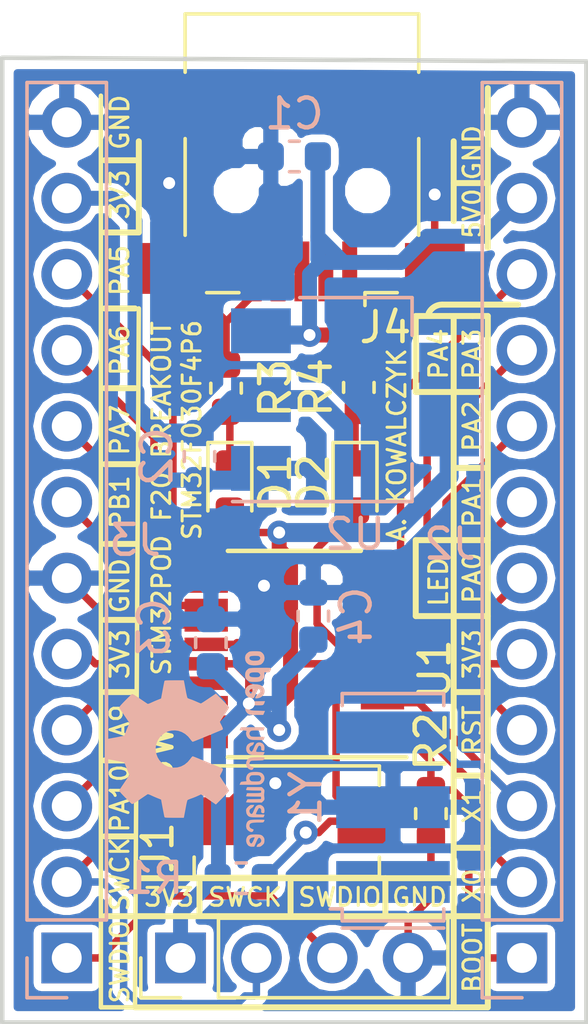
<source format=kicad_pcb>
(kicad_pcb (version 20171130) (host pcbnew "(5.0.0)")

  (general
    (thickness 1.6)
    (drawings 84)
    (tracks 232)
    (zones 0)
    (modules 19)
    (nets 26)
  )

  (page A4)
  (layers
    (0 F.Cu signal)
    (31 B.Cu signal)
    (32 B.Adhes user)
    (33 F.Adhes user)
    (34 B.Paste user)
    (35 F.Paste user)
    (36 B.SilkS user)
    (37 F.SilkS user)
    (38 B.Mask user)
    (39 F.Mask user)
    (40 Dwgs.User user)
    (41 Cmts.User user)
    (42 Eco1.User user)
    (43 Eco2.User user)
    (44 Edge.Cuts user)
    (45 Margin user)
    (46 B.CrtYd user hide)
    (47 F.CrtYd user)
    (48 B.Fab user hide)
    (49 F.Fab user hide)
  )

  (setup
    (last_trace_width 0.25)
    (trace_clearance 0.2)
    (zone_clearance 0.254)
    (zone_45_only no)
    (trace_min 0.2)
    (segment_width 0.2)
    (edge_width 0.15)
    (via_size 0.8)
    (via_drill 0.4)
    (via_min_size 0.4)
    (via_min_drill 0.3)
    (uvia_size 0.3)
    (uvia_drill 0.1)
    (uvias_allowed no)
    (uvia_min_size 0.2)
    (uvia_min_drill 0.1)
    (pcb_text_width 0.3)
    (pcb_text_size 1.5 1.5)
    (mod_edge_width 0.15)
    (mod_text_size 1 1)
    (mod_text_width 0.15)
    (pad_size 1.45 0.45)
    (pad_drill 0)
    (pad_to_mask_clearance 0)
    (aux_axis_origin 0 0)
    (visible_elements 7FFFFFFF)
    (pcbplotparams
      (layerselection 0x010fc_ffffffff)
      (usegerberextensions true)
      (usegerberattributes false)
      (usegerberadvancedattributes false)
      (creategerberjobfile false)
      (excludeedgelayer true)
      (linewidth 0.100000)
      (plotframeref false)
      (viasonmask false)
      (mode 1)
      (useauxorigin false)
      (hpglpennumber 1)
      (hpglpenspeed 20)
      (hpglpendiameter 15.000000)
      (psnegative false)
      (psa4output false)
      (plotreference true)
      (plotvalue true)
      (plotinvisibletext false)
      (padsonsilk false)
      (subtractmaskfromsilk false)
      (outputformat 1)
      (mirror false)
      (drillshape 0)
      (scaleselection 1)
      (outputdirectory "STMPod Rev 1/"))
  )

  (net 0 "")
  (net 1 +3V3)
  (net 2 /RESET)
  (net 3 GNDREF)
  (net 4 /BOOT)
  (net 5 /OSC_0)
  (net 6 /OSC_1)
  (net 7 /SWCLK)
  (net 8 /SWDIO)
  (net 9 +5V)
  (net 10 /PA0)
  (net 11 /PA1)
  (net 12 /PA2)
  (net 13 /PA3)
  (net 14 /PA4)
  (net 15 /PA10)
  (net 16 /PA9)
  (net 17 /PB1)
  (net 18 /PA7)
  (net 19 /PA6)
  (net 20 /PA5)
  (net 21 "Net-(J4-Pad2)")
  (net 22 "Net-(J4-Pad3)")
  (net 23 "Net-(J4-Pad4)")
  (net 24 "Net-(D1-Pad1)")
  (net 25 "Net-(D2-Pad1)")

  (net_class Default "This is the default net class."
    (clearance 0.2)
    (trace_width 0.25)
    (via_dia 0.8)
    (via_drill 0.4)
    (uvia_dia 0.3)
    (uvia_drill 0.1)
    (add_net +3V3)
    (add_net +5V)
    (add_net /BOOT)
    (add_net /OSC_0)
    (add_net /OSC_1)
    (add_net /PA0)
    (add_net /PA1)
    (add_net /PA10)
    (add_net /PA2)
    (add_net /PA3)
    (add_net /PA4)
    (add_net /PA5)
    (add_net /PA6)
    (add_net /PA7)
    (add_net /PA9)
    (add_net /PB1)
    (add_net /RESET)
    (add_net /SWCLK)
    (add_net /SWDIO)
    (add_net GNDREF)
    (add_net "Net-(D1-Pad1)")
    (add_net "Net-(D2-Pad1)")
    (add_net "Net-(J4-Pad2)")
    (add_net "Net-(J4-Pad3)")
    (add_net "Net-(J4-Pad4)")
  )

  (module Resistor_SMD:R_0603_1608Metric (layer B.Cu) (tedit 5B301BBD) (tstamp 5B5A94BF)
    (at 173.482 98.933)
    (descr "Resistor SMD 0603 (1608 Metric), square (rectangular) end terminal, IPC_7351 nominal, (Body size source: http://www.tortai-tech.com/upload/download/2011102023233369053.pdf), generated with kicad-footprint-generator")
    (tags resistor)
    (path /5B5931E0)
    (attr smd)
    (fp_text reference R1 (at -2.921 0) (layer B.SilkS)
      (effects (font (size 1 1) (thickness 0.15)) (justify mirror))
    )
    (fp_text value 10k (at 0 -1.43) (layer B.Fab)
      (effects (font (size 1 1) (thickness 0.15)) (justify mirror))
    )
    (fp_line (start -0.8 -0.4) (end -0.8 0.4) (layer B.Fab) (width 0.1))
    (fp_line (start -0.8 0.4) (end 0.8 0.4) (layer B.Fab) (width 0.1))
    (fp_line (start 0.8 0.4) (end 0.8 -0.4) (layer B.Fab) (width 0.1))
    (fp_line (start 0.8 -0.4) (end -0.8 -0.4) (layer B.Fab) (width 0.1))
    (fp_line (start -0.162779 0.51) (end 0.162779 0.51) (layer B.SilkS) (width 0.12))
    (fp_line (start -0.162779 -0.51) (end 0.162779 -0.51) (layer B.SilkS) (width 0.12))
    (fp_line (start -1.48 -0.73) (end -1.48 0.73) (layer B.CrtYd) (width 0.05))
    (fp_line (start -1.48 0.73) (end 1.48 0.73) (layer B.CrtYd) (width 0.05))
    (fp_line (start 1.48 0.73) (end 1.48 -0.73) (layer B.CrtYd) (width 0.05))
    (fp_line (start 1.48 -0.73) (end -1.48 -0.73) (layer B.CrtYd) (width 0.05))
    (fp_text user %R (at 0 0) (layer B.Fab)
      (effects (font (size 0.4 0.4) (thickness 0.06)) (justify mirror))
    )
    (pad 1 smd roundrect (at -0.7875 0) (size 0.875 0.95) (layers B.Cu B.Paste B.Mask) (roundrect_rratio 0.25)
      (net 1 +3V3))
    (pad 2 smd roundrect (at 0.7875 0) (size 0.875 0.95) (layers B.Cu B.Paste B.Mask) (roundrect_rratio 0.25)
      (net 2 /RESET))
    (model ${KISYS3DMOD}/Resistor_SMD.3dshapes/R_0603_1608Metric.wrl
      (at (xyz 0 0 0))
      (scale (xyz 1 1 1))
      (rotate (xyz 0 0 0))
    )
  )

  (module Button_Switch_SMD:SW_SPST_EVQPE1 (layer F.Cu) (tedit 5A02FC95) (tstamp 5B5A94D8)
    (at 175.006 97.028 180)
    (descr "Light Touch Switch, https://industrial.panasonic.com/cdbs/www-data/pdf/ATK0000/ATK0000CE7.pdf")
    (path /5B594AE8)
    (attr smd)
    (fp_text reference SW1 (at 4.318 2.667 270) (layer F.SilkS)
      (effects (font (size 1 1) (thickness 0.15)))
    )
    (fp_text value SW_SPST (at 0 3 180) (layer F.Fab)
      (effects (font (size 1 1) (thickness 0.15)))
    )
    (fp_text user %R (at 0 -2.65 180) (layer F.Fab)
      (effects (font (size 1 1) (thickness 0.15)))
    )
    (fp_line (start 3 -1.75) (end 3 1.75) (layer F.Fab) (width 0.1))
    (fp_line (start 3 1.75) (end -3 1.75) (layer F.Fab) (width 0.1))
    (fp_line (start -3 1.75) (end -3 -1.75) (layer F.Fab) (width 0.1))
    (fp_line (start -3 -1.75) (end 3 -1.75) (layer F.Fab) (width 0.1))
    (fp_line (start -1.4 -0.7) (end 1.4 -0.7) (layer F.Fab) (width 0.1))
    (fp_line (start 1.4 -0.7) (end 1.4 0.7) (layer F.Fab) (width 0.1))
    (fp_line (start 1.4 0.7) (end -1.4 0.7) (layer F.Fab) (width 0.1))
    (fp_line (start -1.4 0.7) (end -1.4 -0.7) (layer F.Fab) (width 0.1))
    (fp_line (start -3.95 -2) (end 3.95 -2) (layer F.CrtYd) (width 0.05))
    (fp_line (start 3.95 -2) (end 3.95 2) (layer F.CrtYd) (width 0.05))
    (fp_line (start 3.95 2) (end -3.95 2) (layer F.CrtYd) (width 0.05))
    (fp_line (start -3.95 2) (end -3.95 -2) (layer F.CrtYd) (width 0.05))
    (fp_line (start 3.1 -1.85) (end 3.1 -1.2) (layer F.SilkS) (width 0.12))
    (fp_line (start 3.1 1.85) (end 3.1 1.2) (layer F.SilkS) (width 0.12))
    (fp_line (start -3.1 1.2) (end -3.1 1.85) (layer F.SilkS) (width 0.12))
    (fp_line (start -3.1 -1.85) (end -3.1 -1.2) (layer F.SilkS) (width 0.12))
    (fp_line (start 3.1 -1.85) (end -3.1 -1.85) (layer F.SilkS) (width 0.12))
    (fp_line (start -3.1 1.85) (end 3.1 1.85) (layer F.SilkS) (width 0.12))
    (pad 2 smd rect (at 2.7 0 180) (size 2 1.6) (layers F.Cu F.Paste F.Mask)
      (net 3 GNDREF))
    (pad 1 smd rect (at -2.7 0 180) (size 2 1.6) (layers F.Cu F.Paste F.Mask)
      (net 2 /RESET))
    (model ${KISYS3DMOD}/Button_Switch_SMD.3dshapes/SW_SPST_EVQPE1.wrl
      (at (xyz 0 0 0))
      (scale (xyz 1 1 1))
      (rotate (xyz 0 0 0))
    )
  )

  (module Package_SO:TSSOP-20_4.4x6.5mm_P0.65mm (layer F.Cu) (tedit 5B6CD928) (tstamp 5B5A94FC)
    (at 175.26 91.44 180)
    (descr "20-Lead Plastic Thin Shrink Small Outline (ST)-4.4 mm Body [TSSOP] (see Microchip Packaging Specification 00000049BS.pdf)")
    (tags "SSOP 0.65")
    (path /5B592F02)
    (attr smd)
    (fp_text reference U1 (at -4.699 -0.508 90) (layer F.SilkS)
      (effects (font (size 1 1) (thickness 0.15)))
    )
    (fp_text value STM32F030F4Px (at 0 4.3 180) (layer F.Fab)
      (effects (font (size 1 1) (thickness 0.15)))
    )
    (fp_line (start -1.2 -3.25) (end 2.2 -3.25) (layer F.Fab) (width 0.15))
    (fp_line (start 2.2 -3.25) (end 2.2 3.25) (layer F.Fab) (width 0.15))
    (fp_line (start 2.2 3.25) (end -2.2 3.25) (layer F.Fab) (width 0.15))
    (fp_line (start -2.2 3.25) (end -2.2 -2.25) (layer F.Fab) (width 0.15))
    (fp_line (start -2.2 -2.25) (end -1.2 -3.25) (layer F.Fab) (width 0.15))
    (fp_line (start -3.95 -3.55) (end -3.95 3.55) (layer F.CrtYd) (width 0.05))
    (fp_line (start 3.95 -3.55) (end 3.95 3.55) (layer F.CrtYd) (width 0.05))
    (fp_line (start -3.95 -3.55) (end 3.95 -3.55) (layer F.CrtYd) (width 0.05))
    (fp_line (start -3.95 3.55) (end 3.95 3.55) (layer F.CrtYd) (width 0.05))
    (fp_line (start -2.225 3.45) (end 2.225 3.45) (layer F.SilkS) (width 0.15))
    (fp_line (start -3.75 -3.45) (end 2.225 -3.45) (layer F.SilkS) (width 0.15))
    (fp_text user %R (at 0 0 180) (layer F.Fab)
      (effects (font (size 0.8 0.8) (thickness 0.15)))
    )
    (pad 1 smd rect (at -2.95 -2.925 180) (size 1.45 0.45) (layers F.Cu F.Paste F.Mask)
      (net 4 /BOOT))
    (pad 2 smd rect (at -2.95 -2.275 180) (size 1.45 0.45) (layers F.Cu F.Paste F.Mask)
      (net 5 /OSC_0))
    (pad 3 smd rect (at -2.95 -1.625 180) (size 1.45 0.45) (layers F.Cu F.Paste F.Mask)
      (net 6 /OSC_1))
    (pad 4 smd rect (at -2.95 -0.975 180) (size 1.45 0.45) (layers F.Cu F.Paste F.Mask)
      (net 2 /RESET))
    (pad 5 smd rect (at -2.95 -0.325 180) (size 1.45 0.45) (layers F.Cu F.Paste F.Mask)
      (net 1 +3V3))
    (pad 6 smd rect (at -2.95 0.325 180) (size 1.45 0.45) (layers F.Cu F.Paste F.Mask)
      (net 10 /PA0))
    (pad 7 smd rect (at -2.95 0.975 180) (size 1.45 0.45) (layers F.Cu F.Paste F.Mask)
      (net 11 /PA1))
    (pad 8 smd rect (at -2.95 1.625 180) (size 1.45 0.45) (layers F.Cu F.Paste F.Mask)
      (net 12 /PA2))
    (pad 9 smd rect (at -2.95 2.275 180) (size 1.45 0.45) (layers F.Cu F.Paste F.Mask)
      (net 13 /PA3))
    (pad 10 smd rect (at -2.95 2.925 180) (size 1.45 0.45) (layers F.Cu F.Paste F.Mask)
      (net 14 /PA4))
    (pad 11 smd rect (at 2.95 2.925 180) (size 1.45 0.45) (layers F.Cu F.Paste F.Mask)
      (net 20 /PA5))
    (pad 12 smd rect (at 2.95 2.275 180) (size 1.45 0.45) (layers F.Cu F.Paste F.Mask)
      (net 19 /PA6))
    (pad 13 smd rect (at 2.95 1.625 180) (size 1.45 0.45) (layers F.Cu F.Paste F.Mask)
      (net 18 /PA7))
    (pad 14 smd rect (at 2.95 0.975 180) (size 1.45 0.45) (layers F.Cu F.Paste F.Mask)
      (net 17 /PB1))
    (pad 15 smd rect (at 2.95 0.325 180) (size 1.45 0.45) (layers F.Cu F.Paste F.Mask)
      (net 3 GNDREF))
    (pad 16 smd rect (at 2.95 -0.325 180) (size 1.45 0.45) (layers F.Cu F.Paste F.Mask)
      (net 1 +3V3))
    (pad 17 smd rect (at 2.95 -0.975 180) (size 1.45 0.45) (layers F.Cu F.Paste F.Mask)
      (net 16 /PA9))
    (pad 18 smd rect (at 2.95 -1.625 180) (size 1.45 0.45) (layers F.Cu F.Paste F.Mask)
      (net 15 /PA10))
    (pad 19 smd rect (at 2.95 -2.275 180) (size 1.45 0.45) (layers F.Cu F.Paste F.Mask)
      (net 7 /SWCLK))
    (pad 20 smd rect (at 2.95 -2.925 180) (size 1.45 0.45) (layers F.Cu F.Paste F.Mask)
      (net 8 /SWDIO))
    (model ${KISYS3DMOD}/Package_SO.3dshapes/TSSOP-20_4.4x6.5mm_P0.65mm.wrl
      (at (xyz 0 0 0))
      (scale (xyz 1 1 1))
      (rotate (xyz 0 0 0))
    )
  )

  (module Crystal:Resonator_SMD-3Pin_7.2x3.0mm (layer B.Cu) (tedit 5A0FD1B2) (tstamp 5B5A9515)
    (at 178.562 96.56 90)
    (descr "SMD Resomator/Filter 7.2x3.0mm, Murata CSTCC8M00G53-R0; 8MHz resonator, SMD, Farnell (Element 14) #1170435, http://www.farnell.com/datasheets/19296.pdf?_ga=1.247244932.122297557.1475167906, 7.2x3.0mm^2 package")
    (tags "SMD SMT ceramic resonator filter filter")
    (path /5B593DB8)
    (attr smd)
    (fp_text reference Y1 (at 0.294 -2.921 90) (layer B.SilkS)
      (effects (font (size 1 1) (thickness 0.15)) (justify mirror))
    )
    (fp_text value Resonator (at 0 -2.9 90) (layer B.Fab)
      (effects (font (size 1 1) (thickness 0.15)) (justify mirror))
    )
    (fp_text user %R (at 0 0 90) (layer B.Fab)
      (effects (font (size 1 1) (thickness 0.15)) (justify mirror))
    )
    (fp_line (start -3.6 1.5) (end -3.6 -1.5) (layer B.Fab) (width 0.1))
    (fp_line (start -3.6 -1.5) (end 3.6 -1.5) (layer B.Fab) (width 0.1))
    (fp_line (start 3.6 -1.5) (end 3.6 1.5) (layer B.Fab) (width 0.1))
    (fp_line (start 3.6 1.5) (end -3.6 1.5) (layer B.Fab) (width 0.1))
    (fp_line (start -3.6 -0.5) (end -2.6 -1.5) (layer B.Fab) (width 0.1))
    (fp_line (start 3.4 1.7) (end 3.8 1.7) (layer B.SilkS) (width 0.12))
    (fp_line (start 3.8 1.7) (end 3.8 -1.7) (layer B.SilkS) (width 0.12))
    (fp_line (start 3.8 -1.7) (end 3.4 -1.7) (layer B.SilkS) (width 0.12))
    (fp_line (start -4.04 1.7) (end -4.04 -1.7) (layer B.SilkS) (width 0.12))
    (fp_line (start -3.4 -2.1) (end -3.4 -1.7) (layer B.SilkS) (width 0.12))
    (fp_line (start -3.4 -1.7) (end -3.8 -1.7) (layer B.SilkS) (width 0.12))
    (fp_line (start -3.8 -1.7) (end -3.8 1.7) (layer B.SilkS) (width 0.12))
    (fp_line (start -3.8 1.7) (end -3.4 1.7) (layer B.SilkS) (width 0.12))
    (fp_line (start -3.9 2.2) (end -3.9 -2.2) (layer B.CrtYd) (width 0.05))
    (fp_line (start -3.9 -2.2) (end 3.9 -2.2) (layer B.CrtYd) (width 0.05))
    (fp_line (start 3.9 -2.2) (end 3.9 2.2) (layer B.CrtYd) (width 0.05))
    (fp_line (start 3.9 2.2) (end -3.9 2.2) (layer B.CrtYd) (width 0.05))
    (pad 1 smd rect (at -2.5 0 90) (size 1.4 3.8) (layers B.Cu B.Paste B.Mask)
      (net 5 /OSC_0))
    (pad 2 smd rect (at 0 0 90) (size 1.4 3.8) (layers B.Cu B.Paste B.Mask)
      (net 3 GNDREF))
    (pad 3 smd rect (at 2.5 0 90) (size 1.4 3.8) (layers B.Cu B.Paste B.Mask)
      (net 6 /OSC_1))
    (model ${KISYS3DMOD}/Crystal.3dshapes/Resonator_SMD-3Pin_7.2x3.0mm.wrl
      (at (xyz 0 0 0))
      (scale (xyz 1 1 1))
      (rotate (xyz 0 0 0))
    )
  )

  (module Capacitor_SMD:C_0603_1608Metric (layer B.Cu) (tedit 5B301BBE) (tstamp 5B5F32AF)
    (at 175.26 74.803 180)
    (descr "Capacitor SMD 0603 (1608 Metric), square (rectangular) end terminal, IPC_7351 nominal, (Body size source: http://www.tortai-tech.com/upload/download/2011102023233369053.pdf), generated with kicad-footprint-generator")
    (tags capacitor)
    (path /5B5C0AF5)
    (attr smd)
    (fp_text reference C1 (at 0 1.43 180) (layer B.SilkS)
      (effects (font (size 1 1) (thickness 0.15)) (justify mirror))
    )
    (fp_text value 1.0uF (at 0 -1.43 180) (layer B.Fab)
      (effects (font (size 1 1) (thickness 0.15)) (justify mirror))
    )
    (fp_line (start -0.8 -0.4) (end -0.8 0.4) (layer B.Fab) (width 0.1))
    (fp_line (start -0.8 0.4) (end 0.8 0.4) (layer B.Fab) (width 0.1))
    (fp_line (start 0.8 0.4) (end 0.8 -0.4) (layer B.Fab) (width 0.1))
    (fp_line (start 0.8 -0.4) (end -0.8 -0.4) (layer B.Fab) (width 0.1))
    (fp_line (start -0.162779 0.51) (end 0.162779 0.51) (layer B.SilkS) (width 0.12))
    (fp_line (start -0.162779 -0.51) (end 0.162779 -0.51) (layer B.SilkS) (width 0.12))
    (fp_line (start -1.48 -0.73) (end -1.48 0.73) (layer B.CrtYd) (width 0.05))
    (fp_line (start -1.48 0.73) (end 1.48 0.73) (layer B.CrtYd) (width 0.05))
    (fp_line (start 1.48 0.73) (end 1.48 -0.73) (layer B.CrtYd) (width 0.05))
    (fp_line (start 1.48 -0.73) (end -1.48 -0.73) (layer B.CrtYd) (width 0.05))
    (fp_text user %R (at 0 0 180) (layer B.Fab)
      (effects (font (size 0.4 0.4) (thickness 0.06)) (justify mirror))
    )
    (pad 1 smd roundrect (at -0.7875 0 180) (size 0.875 0.95) (layers B.Cu B.Paste B.Mask) (roundrect_rratio 0.25)
      (net 9 +5V))
    (pad 2 smd roundrect (at 0.7875 0 180) (size 0.875 0.95) (layers B.Cu B.Paste B.Mask) (roundrect_rratio 0.25)
      (net 3 GNDREF))
    (model ${KISYS3DMOD}/Capacitor_SMD.3dshapes/C_0603_1608Metric.wrl
      (at (xyz 0 0 0))
      (scale (xyz 1 1 1))
      (rotate (xyz 0 0 0))
    )
  )

  (module Capacitor_SMD:C_0603_1608Metric (layer B.Cu) (tedit 5B301BBE) (tstamp 5B5F32C0)
    (at 172.085 84.836 270)
    (descr "Capacitor SMD 0603 (1608 Metric), square (rectangular) end terminal, IPC_7351 nominal, (Body size source: http://www.tortai-tech.com/upload/download/2011102023233369053.pdf), generated with kicad-footprint-generator")
    (tags capacitor)
    (path /5B5C0B7F)
    (attr smd)
    (fp_text reference C2 (at 0 1.43 270) (layer B.SilkS)
      (effects (font (size 1 1) (thickness 0.15)) (justify mirror))
    )
    (fp_text value 1.0uF (at 0 -1.43 270) (layer B.Fab)
      (effects (font (size 1 1) (thickness 0.15)) (justify mirror))
    )
    (fp_text user %R (at 0 0 270) (layer B.Fab)
      (effects (font (size 0.4 0.4) (thickness 0.06)) (justify mirror))
    )
    (fp_line (start 1.48 -0.73) (end -1.48 -0.73) (layer B.CrtYd) (width 0.05))
    (fp_line (start 1.48 0.73) (end 1.48 -0.73) (layer B.CrtYd) (width 0.05))
    (fp_line (start -1.48 0.73) (end 1.48 0.73) (layer B.CrtYd) (width 0.05))
    (fp_line (start -1.48 -0.73) (end -1.48 0.73) (layer B.CrtYd) (width 0.05))
    (fp_line (start -0.162779 -0.51) (end 0.162779 -0.51) (layer B.SilkS) (width 0.12))
    (fp_line (start -0.162779 0.51) (end 0.162779 0.51) (layer B.SilkS) (width 0.12))
    (fp_line (start 0.8 -0.4) (end -0.8 -0.4) (layer B.Fab) (width 0.1))
    (fp_line (start 0.8 0.4) (end 0.8 -0.4) (layer B.Fab) (width 0.1))
    (fp_line (start -0.8 0.4) (end 0.8 0.4) (layer B.Fab) (width 0.1))
    (fp_line (start -0.8 -0.4) (end -0.8 0.4) (layer B.Fab) (width 0.1))
    (pad 2 smd roundrect (at 0.7875 0 270) (size 0.875 0.95) (layers B.Cu B.Paste B.Mask) (roundrect_rratio 0.25)
      (net 3 GNDREF))
    (pad 1 smd roundrect (at -0.7875 0 270) (size 0.875 0.95) (layers B.Cu B.Paste B.Mask) (roundrect_rratio 0.25)
      (net 1 +3V3))
    (model ${KISYS3DMOD}/Capacitor_SMD.3dshapes/C_0603_1608Metric.wrl
      (at (xyz 0 0 0))
      (scale (xyz 1 1 1))
      (rotate (xyz 0 0 0))
    )
  )

  (module Capacitor_SMD:C_0603_1608Metric (layer B.Cu) (tedit 5B301BBE) (tstamp 5B5F32D1)
    (at 172.466 91.059 90)
    (descr "Capacitor SMD 0603 (1608 Metric), square (rectangular) end terminal, IPC_7351 nominal, (Body size source: http://www.tortai-tech.com/upload/download/2011102023233369053.pdf), generated with kicad-footprint-generator")
    (tags capacitor)
    (path /5B5AAFF1)
    (attr smd)
    (fp_text reference C3 (at 0.508 -1.905 90) (layer B.SilkS)
      (effects (font (size 1 1) (thickness 0.15)) (justify mirror))
    )
    (fp_text value 0.1uF (at 0 -1.43 90) (layer B.Fab)
      (effects (font (size 1 1) (thickness 0.15)) (justify mirror))
    )
    (fp_line (start -0.8 -0.4) (end -0.8 0.4) (layer B.Fab) (width 0.1))
    (fp_line (start -0.8 0.4) (end 0.8 0.4) (layer B.Fab) (width 0.1))
    (fp_line (start 0.8 0.4) (end 0.8 -0.4) (layer B.Fab) (width 0.1))
    (fp_line (start 0.8 -0.4) (end -0.8 -0.4) (layer B.Fab) (width 0.1))
    (fp_line (start -0.162779 0.51) (end 0.162779 0.51) (layer B.SilkS) (width 0.12))
    (fp_line (start -0.162779 -0.51) (end 0.162779 -0.51) (layer B.SilkS) (width 0.12))
    (fp_line (start -1.48 -0.73) (end -1.48 0.73) (layer B.CrtYd) (width 0.05))
    (fp_line (start -1.48 0.73) (end 1.48 0.73) (layer B.CrtYd) (width 0.05))
    (fp_line (start 1.48 0.73) (end 1.48 -0.73) (layer B.CrtYd) (width 0.05))
    (fp_line (start 1.48 -0.73) (end -1.48 -0.73) (layer B.CrtYd) (width 0.05))
    (fp_text user %R (at 0 0 90) (layer B.Fab)
      (effects (font (size 0.4 0.4) (thickness 0.06)) (justify mirror))
    )
    (pad 1 smd roundrect (at -0.7875 0 90) (size 0.875 0.95) (layers B.Cu B.Paste B.Mask) (roundrect_rratio 0.25)
      (net 1 +3V3))
    (pad 2 smd roundrect (at 0.7875 0 90) (size 0.875 0.95) (layers B.Cu B.Paste B.Mask) (roundrect_rratio 0.25)
      (net 3 GNDREF))
    (model ${KISYS3DMOD}/Capacitor_SMD.3dshapes/C_0603_1608Metric.wrl
      (at (xyz 0 0 0))
      (scale (xyz 1 1 1))
      (rotate (xyz 0 0 0))
    )
  )

  (module Capacitor_SMD:C_0603_1608Metric (layer B.Cu) (tedit 5B301BBE) (tstamp 5B5F32E2)
    (at 175.895 90.17 90)
    (descr "Capacitor SMD 0603 (1608 Metric), square (rectangular) end terminal, IPC_7351 nominal, (Body size source: http://www.tortai-tech.com/upload/download/2011102023233369053.pdf), generated with kicad-footprint-generator")
    (tags capacitor)
    (path /5B5AB12C)
    (attr smd)
    (fp_text reference C4 (at 0 1.43 90) (layer B.SilkS)
      (effects (font (size 1 1) (thickness 0.15)) (justify mirror))
    )
    (fp_text value 0.1uF (at 0 -1.43 90) (layer B.Fab)
      (effects (font (size 1 1) (thickness 0.15)) (justify mirror))
    )
    (fp_text user %R (at 0 0 90) (layer B.Fab)
      (effects (font (size 0.4 0.4) (thickness 0.06)) (justify mirror))
    )
    (fp_line (start 1.48 -0.73) (end -1.48 -0.73) (layer B.CrtYd) (width 0.05))
    (fp_line (start 1.48 0.73) (end 1.48 -0.73) (layer B.CrtYd) (width 0.05))
    (fp_line (start -1.48 0.73) (end 1.48 0.73) (layer B.CrtYd) (width 0.05))
    (fp_line (start -1.48 -0.73) (end -1.48 0.73) (layer B.CrtYd) (width 0.05))
    (fp_line (start -0.162779 -0.51) (end 0.162779 -0.51) (layer B.SilkS) (width 0.12))
    (fp_line (start -0.162779 0.51) (end 0.162779 0.51) (layer B.SilkS) (width 0.12))
    (fp_line (start 0.8 -0.4) (end -0.8 -0.4) (layer B.Fab) (width 0.1))
    (fp_line (start 0.8 0.4) (end 0.8 -0.4) (layer B.Fab) (width 0.1))
    (fp_line (start -0.8 0.4) (end 0.8 0.4) (layer B.Fab) (width 0.1))
    (fp_line (start -0.8 -0.4) (end -0.8 0.4) (layer B.Fab) (width 0.1))
    (pad 2 smd roundrect (at 0.7875 0 90) (size 0.875 0.95) (layers B.Cu B.Paste B.Mask) (roundrect_rratio 0.25)
      (net 3 GNDREF))
    (pad 1 smd roundrect (at -0.7875 0 90) (size 0.875 0.95) (layers B.Cu B.Paste B.Mask) (roundrect_rratio 0.25)
      (net 1 +3V3))
    (model ${KISYS3DMOD}/Capacitor_SMD.3dshapes/C_0603_1608Metric.wrl
      (at (xyz 0 0 0))
      (scale (xyz 1 1 1))
      (rotate (xyz 0 0 0))
    )
  )

  (module Connector_PinHeader_2.54mm:PinHeader_1x04_P2.54mm_Vertical (layer F.Cu) (tedit 5B5A8D06) (tstamp 5B5F32FA)
    (at 171.45 101.6 90)
    (descr "Through hole straight pin header, 1x04, 2.54mm pitch, single row")
    (tags "Through hole pin header THT 1x04 2.54mm single row")
    (path /5B5934CA)
    (fp_text reference J1 (at 3.683 -0.762 90) (layer F.SilkS)
      (effects (font (size 1 1) (thickness 0.15)))
    )
    (fp_text value Conn_01x04_Male (at 0 9.95 90) (layer F.Fab)
      (effects (font (size 1 1) (thickness 0.15)))
    )
    (fp_line (start -0.635 -1.27) (end 1.27 -1.27) (layer F.Fab) (width 0.1))
    (fp_line (start 1.27 -1.27) (end 1.27 8.89) (layer F.Fab) (width 0.1))
    (fp_line (start 1.27 8.89) (end -1.27 8.89) (layer F.Fab) (width 0.1))
    (fp_line (start -1.27 8.89) (end -1.27 -0.635) (layer F.Fab) (width 0.1))
    (fp_line (start -1.27 -0.635) (end -0.635 -1.27) (layer F.Fab) (width 0.1))
    (fp_line (start -1.33 8.95) (end 1.33 8.95) (layer F.SilkS) (width 0.12))
    (fp_line (start -1.33 1.27) (end -1.33 8.95) (layer F.SilkS) (width 0.12))
    (fp_line (start 1.33 1.27) (end 1.33 8.95) (layer F.SilkS) (width 0.12))
    (fp_line (start -1.33 1.27) (end 1.33 1.27) (layer F.SilkS) (width 0.12))
    (fp_line (start -1.33 0) (end -1.33 -1.33) (layer F.SilkS) (width 0.12))
    (fp_line (start -1.33 -1.33) (end 0 -1.33) (layer F.SilkS) (width 0.12))
    (fp_line (start -1.8 -1.8) (end -1.8 9.4) (layer F.CrtYd) (width 0.05))
    (fp_line (start -1.8 9.4) (end 1.8 9.4) (layer F.CrtYd) (width 0.05))
    (fp_line (start 1.8 9.4) (end 1.8 -1.8) (layer F.CrtYd) (width 0.05))
    (fp_line (start 1.8 -1.8) (end -1.8 -1.8) (layer F.CrtYd) (width 0.05))
    (fp_text user %R (at 0 3.81 180) (layer F.Fab)
      (effects (font (size 1 1) (thickness 0.15)))
    )
    (pad 1 thru_hole rect (at 0 0 90) (size 1.7 1.7) (drill 1) (layers *.Cu *.Mask)
      (net 1 +3V3))
    (pad 2 thru_hole oval (at 0 2.54 90) (size 1.7 1.7) (drill 1) (layers *.Cu *.Mask)
      (net 7 /SWCLK))
    (pad 3 thru_hole oval (at 0 5.08 90) (size 1.7 1.7) (drill 1) (layers *.Cu *.Mask)
      (net 8 /SWDIO))
    (pad 4 thru_hole oval (at 0 7.62 90) (size 1.7 1.7) (drill 1) (layers *.Cu *.Mask)
      (net 3 GNDREF))
    (model ${KISYS3DMOD}/Connector_PinHeader_2.54mm.3dshapes/PinHeader_1x04_P2.54mm_Vertical.wrl
      (at (xyz 0 0 0))
      (scale (xyz 1 1 1))
      (rotate (xyz 0 0 0))
    )
  )

  (module Connector_PinHeader_2.54mm:PinHeader_1x12_P2.54mm_Vertical (layer B.Cu) (tedit 59FED5CC) (tstamp 5B5F331A)
    (at 182.88 101.6)
    (descr "Through hole straight pin header, 1x12, 2.54mm pitch, single row")
    (tags "Through hole pin header THT 1x12 2.54mm single row")
    (path /5B5D68B6)
    (fp_text reference J2 (at -2.413 -13.843) (layer B.SilkS)
      (effects (font (size 1 1) (thickness 0.15)) (justify mirror))
    )
    (fp_text value Conn_01x12_Male (at 0 -30.27) (layer B.Fab)
      (effects (font (size 1 1) (thickness 0.15)) (justify mirror))
    )
    (fp_line (start -0.635 1.27) (end 1.27 1.27) (layer B.Fab) (width 0.1))
    (fp_line (start 1.27 1.27) (end 1.27 -29.21) (layer B.Fab) (width 0.1))
    (fp_line (start 1.27 -29.21) (end -1.27 -29.21) (layer B.Fab) (width 0.1))
    (fp_line (start -1.27 -29.21) (end -1.27 0.635) (layer B.Fab) (width 0.1))
    (fp_line (start -1.27 0.635) (end -0.635 1.27) (layer B.Fab) (width 0.1))
    (fp_line (start -1.33 -29.27) (end 1.33 -29.27) (layer B.SilkS) (width 0.12))
    (fp_line (start -1.33 -1.27) (end -1.33 -29.27) (layer B.SilkS) (width 0.12))
    (fp_line (start 1.33 -1.27) (end 1.33 -29.27) (layer B.SilkS) (width 0.12))
    (fp_line (start -1.33 -1.27) (end 1.33 -1.27) (layer B.SilkS) (width 0.12))
    (fp_line (start -1.33 0) (end -1.33 1.33) (layer B.SilkS) (width 0.12))
    (fp_line (start -1.33 1.33) (end 0 1.33) (layer B.SilkS) (width 0.12))
    (fp_line (start -1.8 1.8) (end -1.8 -29.75) (layer B.CrtYd) (width 0.05))
    (fp_line (start -1.8 -29.75) (end 1.8 -29.75) (layer B.CrtYd) (width 0.05))
    (fp_line (start 1.8 -29.75) (end 1.8 1.8) (layer B.CrtYd) (width 0.05))
    (fp_line (start 1.8 1.8) (end -1.8 1.8) (layer B.CrtYd) (width 0.05))
    (fp_text user %R (at 0 -13.97 -90) (layer B.Fab)
      (effects (font (size 1 1) (thickness 0.15)) (justify mirror))
    )
    (pad 1 thru_hole rect (at 0 0) (size 1.7 1.7) (drill 1) (layers *.Cu *.Mask)
      (net 4 /BOOT))
    (pad 2 thru_hole oval (at 0 -2.54) (size 1.7 1.7) (drill 1) (layers *.Cu *.Mask)
      (net 5 /OSC_0))
    (pad 3 thru_hole oval (at 0 -5.08) (size 1.7 1.7) (drill 1) (layers *.Cu *.Mask)
      (net 6 /OSC_1))
    (pad 4 thru_hole oval (at 0 -7.62) (size 1.7 1.7) (drill 1) (layers *.Cu *.Mask)
      (net 2 /RESET))
    (pad 5 thru_hole oval (at 0 -10.16) (size 1.7 1.7) (drill 1) (layers *.Cu *.Mask)
      (net 1 +3V3))
    (pad 6 thru_hole oval (at 0 -12.7) (size 1.7 1.7) (drill 1) (layers *.Cu *.Mask)
      (net 10 /PA0))
    (pad 7 thru_hole oval (at 0 -15.24) (size 1.7 1.7) (drill 1) (layers *.Cu *.Mask)
      (net 11 /PA1))
    (pad 8 thru_hole oval (at 0 -17.78) (size 1.7 1.7) (drill 1) (layers *.Cu *.Mask)
      (net 12 /PA2))
    (pad 9 thru_hole oval (at 0 -20.32) (size 1.7 1.7) (drill 1) (layers *.Cu *.Mask)
      (net 13 /PA3))
    (pad 10 thru_hole oval (at 0 -22.86) (size 1.7 1.7) (drill 1) (layers *.Cu *.Mask)
      (net 14 /PA4))
    (pad 11 thru_hole oval (at 0 -25.4) (size 1.7 1.7) (drill 1) (layers *.Cu *.Mask)
      (net 9 +5V))
    (pad 12 thru_hole oval (at 0 -27.94) (size 1.7 1.7) (drill 1) (layers *.Cu *.Mask)
      (net 3 GNDREF))
    (model ${KISYS3DMOD}/Connector_PinHeader_2.54mm.3dshapes/PinHeader_1x12_P2.54mm_Vertical.wrl
      (at (xyz 0 0 0))
      (scale (xyz 1 1 1))
      (rotate (xyz 0 0 0))
    )
  )

  (module Connector_PinHeader_2.54mm:PinHeader_1x12_P2.54mm_Vertical (layer B.Cu) (tedit 59FED5CC) (tstamp 5B5F3B41)
    (at 167.64 101.6)
    (descr "Through hole straight pin header, 1x12, 2.54mm pitch, single row")
    (tags "Through hole pin header THT 1x12 2.54mm single row")
    (path /5B5D69A5)
    (fp_text reference J3 (at 2.286 -13.97) (layer B.SilkS)
      (effects (font (size 1 1) (thickness 0.15)) (justify mirror))
    )
    (fp_text value Conn_01x12_Male (at 0 -30.27) (layer B.Fab)
      (effects (font (size 1 1) (thickness 0.15)) (justify mirror))
    )
    (fp_text user %R (at 0 -13.97 -90) (layer B.Fab)
      (effects (font (size 1 1) (thickness 0.15)) (justify mirror))
    )
    (fp_line (start 1.8 1.8) (end -1.8 1.8) (layer B.CrtYd) (width 0.05))
    (fp_line (start 1.8 -29.75) (end 1.8 1.8) (layer B.CrtYd) (width 0.05))
    (fp_line (start -1.8 -29.75) (end 1.8 -29.75) (layer B.CrtYd) (width 0.05))
    (fp_line (start -1.8 1.8) (end -1.8 -29.75) (layer B.CrtYd) (width 0.05))
    (fp_line (start -1.33 1.33) (end 0 1.33) (layer B.SilkS) (width 0.12))
    (fp_line (start -1.33 0) (end -1.33 1.33) (layer B.SilkS) (width 0.12))
    (fp_line (start -1.33 -1.27) (end 1.33 -1.27) (layer B.SilkS) (width 0.12))
    (fp_line (start 1.33 -1.27) (end 1.33 -29.27) (layer B.SilkS) (width 0.12))
    (fp_line (start -1.33 -1.27) (end -1.33 -29.27) (layer B.SilkS) (width 0.12))
    (fp_line (start -1.33 -29.27) (end 1.33 -29.27) (layer B.SilkS) (width 0.12))
    (fp_line (start -1.27 0.635) (end -0.635 1.27) (layer B.Fab) (width 0.1))
    (fp_line (start -1.27 -29.21) (end -1.27 0.635) (layer B.Fab) (width 0.1))
    (fp_line (start 1.27 -29.21) (end -1.27 -29.21) (layer B.Fab) (width 0.1))
    (fp_line (start 1.27 1.27) (end 1.27 -29.21) (layer B.Fab) (width 0.1))
    (fp_line (start -0.635 1.27) (end 1.27 1.27) (layer B.Fab) (width 0.1))
    (pad 12 thru_hole oval (at 0 -27.94) (size 1.7 1.7) (drill 1) (layers *.Cu *.Mask)
      (net 3 GNDREF))
    (pad 11 thru_hole oval (at 0 -25.4) (size 1.7 1.7) (drill 1) (layers *.Cu *.Mask)
      (net 1 +3V3))
    (pad 10 thru_hole oval (at 0 -22.86) (size 1.7 1.7) (drill 1) (layers *.Cu *.Mask)
      (net 20 /PA5))
    (pad 9 thru_hole oval (at 0 -20.32) (size 1.7 1.7) (drill 1) (layers *.Cu *.Mask)
      (net 19 /PA6))
    (pad 8 thru_hole oval (at 0 -17.78) (size 1.7 1.7) (drill 1) (layers *.Cu *.Mask)
      (net 18 /PA7))
    (pad 7 thru_hole oval (at 0 -15.24) (size 1.7 1.7) (drill 1) (layers *.Cu *.Mask)
      (net 17 /PB1))
    (pad 6 thru_hole oval (at 0 -12.7) (size 1.7 1.7) (drill 1) (layers *.Cu *.Mask)
      (net 3 GNDREF))
    (pad 5 thru_hole oval (at 0 -10.16) (size 1.7 1.7) (drill 1) (layers *.Cu *.Mask)
      (net 1 +3V3))
    (pad 4 thru_hole oval (at 0 -7.62) (size 1.7 1.7) (drill 1) (layers *.Cu *.Mask)
      (net 16 /PA9))
    (pad 3 thru_hole oval (at 0 -5.08) (size 1.7 1.7) (drill 1) (layers *.Cu *.Mask)
      (net 15 /PA10))
    (pad 2 thru_hole oval (at 0 -2.54) (size 1.7 1.7) (drill 1) (layers *.Cu *.Mask)
      (net 7 /SWCLK))
    (pad 1 thru_hole rect (at 0 0) (size 1.7 1.7) (drill 1) (layers *.Cu *.Mask)
      (net 8 /SWDIO))
    (model ${KISYS3DMOD}/Connector_PinHeader_2.54mm.3dshapes/PinHeader_1x12_P2.54mm_Vertical.wrl
      (at (xyz 0 0 0))
      (scale (xyz 1 1 1))
      (rotate (xyz 0 0 0))
    )
  )

  (module Connector_USB:USB_Mini-B_Lumberg_2486_01_Horizontal (layer F.Cu) (tedit 5AC6B535) (tstamp 5B5F336C)
    (at 175.514 75.946 180)
    (descr "USB Mini-B 5-pin SMD connector, http://downloads.lumberg.com/datenblaetter/en/2486_01.pdf")
    (tags "USB USB_B USB_Mini connector")
    (path /5B5A2965)
    (attr smd)
    (fp_text reference J4 (at -2.794 -4.572 180) (layer F.SilkS)
      (effects (font (size 1 1) (thickness 0.15)))
    )
    (fp_text value USB_B_Mini (at 0 7.5 180) (layer F.Fab)
      (effects (font (size 1 1) (thickness 0.15)))
    )
    (fp_line (start 2.35 -4.2) (end -2.35 -4.2) (layer F.CrtYd) (width 0.05))
    (fp_line (start 2.35 -3.95) (end 2.35 -4.2) (layer F.CrtYd) (width 0.05))
    (fp_line (start 4.35 1.5) (end 5.95 1.5) (layer F.CrtYd) (width 0.05))
    (fp_line (start 4.35 4.2) (end 5.95 4.2) (layer F.CrtYd) (width 0.05))
    (fp_line (start 4.35 6.35) (end 4.35 4.2) (layer F.CrtYd) (width 0.05))
    (fp_line (start 3.91 5.91) (end -3.91 5.91) (layer F.SilkS) (width 0.12))
    (fp_line (start -1.6 -2.85) (end -1.25 -3.35) (layer F.Fab) (width 0.1))
    (fp_line (start -2.11 -3.41) (end -2.11 -3.84) (layer F.SilkS) (width 0.12))
    (fp_text user %R (at 0 1.6) (layer F.Fab)
      (effects (font (size 1 1) (thickness 0.15)))
    )
    (fp_line (start 3.91 5.91) (end 3.91 3.96) (layer F.SilkS) (width 0.12))
    (fp_line (start 3.91 1.74) (end 3.91 -1.49) (layer F.SilkS) (width 0.12))
    (fp_line (start 2.11 -3.41) (end 3.19 -3.41) (layer F.SilkS) (width 0.12))
    (fp_line (start -3.19 -3.41) (end -2.11 -3.41) (layer F.SilkS) (width 0.12))
    (fp_line (start -3.91 1.74) (end -3.91 -1.49) (layer F.SilkS) (width 0.12))
    (fp_line (start -3.91 5.91) (end -3.91 3.96) (layer F.SilkS) (width 0.12))
    (fp_line (start 3.85 5.85) (end 3.85 -3.35) (layer F.Fab) (width 0.1))
    (fp_line (start -3.85 5.85) (end 3.85 5.85) (layer F.Fab) (width 0.1))
    (fp_line (start -3.85 -3.35) (end -3.85 5.85) (layer F.Fab) (width 0.1))
    (fp_line (start -3.85 -3.35) (end 3.85 -3.35) (layer F.Fab) (width 0.1))
    (fp_line (start -4.35 6.35) (end 4.35 6.35) (layer F.CrtYd) (width 0.05))
    (fp_line (start 5.95 -3.95) (end 2.35 -3.95) (layer F.CrtYd) (width 0.05))
    (fp_line (start 5.95 1.5) (end 5.95 4.2) (layer F.CrtYd) (width 0.05))
    (fp_line (start -1.95 -3.35) (end -1.6 -2.85) (layer F.Fab) (width 0.1))
    (fp_line (start 4.35 -1.25) (end 4.35 1.5) (layer F.CrtYd) (width 0.05))
    (fp_line (start 4.35 -1.25) (end 5.95 -1.25) (layer F.CrtYd) (width 0.05))
    (fp_line (start 5.95 -3.95) (end 5.95 -1.25) (layer F.CrtYd) (width 0.05))
    (fp_line (start -2.35 -3.95) (end -2.35 -4.2) (layer F.CrtYd) (width 0.05))
    (fp_line (start -5.95 -3.95) (end -2.35 -3.95) (layer F.CrtYd) (width 0.05))
    (fp_line (start -5.95 -3.95) (end -5.95 -1.25) (layer F.CrtYd) (width 0.05))
    (fp_line (start -4.35 -1.25) (end -5.95 -1.25) (layer F.CrtYd) (width 0.05))
    (fp_line (start -4.35 -1.25) (end -4.35 1.5) (layer F.CrtYd) (width 0.05))
    (fp_line (start -4.35 1.5) (end -5.95 1.5) (layer F.CrtYd) (width 0.05))
    (fp_line (start -5.95 1.5) (end -5.95 4.2) (layer F.CrtYd) (width 0.05))
    (fp_line (start -4.35 4.2) (end -5.95 4.2) (layer F.CrtYd) (width 0.05))
    (fp_line (start -4.35 6.35) (end -4.35 4.2) (layer F.CrtYd) (width 0.05))
    (pad 1 smd rect (at -1.6 -2.7 180) (size 0.5 2) (layers F.Cu F.Paste F.Mask)
      (net 9 +5V))
    (pad 2 smd rect (at -0.8 -2.7 180) (size 0.5 2) (layers F.Cu F.Paste F.Mask)
      (net 21 "Net-(J4-Pad2)"))
    (pad 3 smd rect (at 0 -2.7 180) (size 0.5 2) (layers F.Cu F.Paste F.Mask)
      (net 22 "Net-(J4-Pad3)"))
    (pad 4 smd rect (at 0.8 -2.7 180) (size 0.5 2) (layers F.Cu F.Paste F.Mask)
      (net 23 "Net-(J4-Pad4)"))
    (pad 5 smd rect (at 1.6 -2.7 180) (size 0.5 2) (layers F.Cu F.Paste F.Mask)
      (net 3 GNDREF))
    (pad 6 smd rect (at -4.45 -2.6 180) (size 2 1.7) (layers F.Cu F.Paste F.Mask)
      (net 3 GNDREF))
    (pad 6 smd rect (at -4.45 2.85 180) (size 2 1.7) (layers F.Cu F.Paste F.Mask)
      (net 3 GNDREF))
    (pad 6 smd rect (at 4.45 -2.6 180) (size 2 1.7) (layers F.Cu F.Paste F.Mask)
      (net 3 GNDREF))
    (pad 6 smd rect (at 4.45 2.85 180) (size 2 1.7) (layers F.Cu F.Paste F.Mask)
      (net 3 GNDREF))
    (pad "" np_thru_hole circle (at -2.2 0 180) (size 1 1) (drill 1) (layers *.Cu *.Mask))
    (pad "" np_thru_hole circle (at 2.2 0 180) (size 1 1) (drill 1) (layers *.Cu *.Mask))
    (model ${KISYS3DMOD}/Connector_USB.3dshapes/USB_Mini-B_Lumberg_2486_01_Horizontal.wrl
      (at (xyz 0 0 0))
      (scale (xyz 1 1 1))
      (rotate (xyz 0 0 0))
    )
  )

  (module Resistor_SMD:R_0603_1608Metric (layer F.Cu) (tedit 5B301BBD) (tstamp 5B5F337D)
    (at 179.832 96.774 270)
    (descr "Resistor SMD 0603 (1608 Metric), square (rectangular) end terminal, IPC_7351 nominal, (Body size source: http://www.tortai-tech.com/upload/download/2011102023233369053.pdf), generated with kicad-footprint-generator")
    (tags resistor)
    (path /5B5A04C0)
    (attr smd)
    (fp_text reference R2 (at -2.413 0 270) (layer F.SilkS)
      (effects (font (size 1 1) (thickness 0.15)))
    )
    (fp_text value 10k (at 0 1.43 270) (layer F.Fab)
      (effects (font (size 1 1) (thickness 0.15)))
    )
    (fp_line (start -0.8 0.4) (end -0.8 -0.4) (layer F.Fab) (width 0.1))
    (fp_line (start -0.8 -0.4) (end 0.8 -0.4) (layer F.Fab) (width 0.1))
    (fp_line (start 0.8 -0.4) (end 0.8 0.4) (layer F.Fab) (width 0.1))
    (fp_line (start 0.8 0.4) (end -0.8 0.4) (layer F.Fab) (width 0.1))
    (fp_line (start -0.162779 -0.51) (end 0.162779 -0.51) (layer F.SilkS) (width 0.12))
    (fp_line (start -0.162779 0.51) (end 0.162779 0.51) (layer F.SilkS) (width 0.12))
    (fp_line (start -1.48 0.73) (end -1.48 -0.73) (layer F.CrtYd) (width 0.05))
    (fp_line (start -1.48 -0.73) (end 1.48 -0.73) (layer F.CrtYd) (width 0.05))
    (fp_line (start 1.48 -0.73) (end 1.48 0.73) (layer F.CrtYd) (width 0.05))
    (fp_line (start 1.48 0.73) (end -1.48 0.73) (layer F.CrtYd) (width 0.05))
    (fp_text user %R (at 0 0 270) (layer F.Fab)
      (effects (font (size 0.4 0.4) (thickness 0.06)))
    )
    (pad 1 smd roundrect (at -0.7875 0 270) (size 0.875 0.95) (layers F.Cu F.Paste F.Mask) (roundrect_rratio 0.25)
      (net 4 /BOOT))
    (pad 2 smd roundrect (at 0.7875 0 270) (size 0.875 0.95) (layers F.Cu F.Paste F.Mask) (roundrect_rratio 0.25)
      (net 3 GNDREF))
    (model ${KISYS3DMOD}/Resistor_SMD.3dshapes/R_0603_1608Metric.wrl
      (at (xyz 0 0 0))
      (scale (xyz 1 1 1))
      (rotate (xyz 0 0 0))
    )
  )

  (module Resistor_SMD:R_0603_1608Metric (layer F.Cu) (tedit 5B301BBD) (tstamp 5B5F338E)
    (at 172.974 82.55 90)
    (descr "Resistor SMD 0603 (1608 Metric), square (rectangular) end terminal, IPC_7351 nominal, (Body size source: http://www.tortai-tech.com/upload/download/2011102023233369053.pdf), generated with kicad-footprint-generator")
    (tags resistor)
    (path /5B62763C)
    (attr smd)
    (fp_text reference R3 (at 0 1.651 90) (layer F.SilkS)
      (effects (font (size 1 1) (thickness 0.15)))
    )
    (fp_text value 220 (at 0 1.43 90) (layer F.Fab)
      (effects (font (size 1 1) (thickness 0.15)))
    )
    (fp_text user %R (at 0 0 90) (layer F.Fab)
      (effects (font (size 0.4 0.4) (thickness 0.06)))
    )
    (fp_line (start 1.48 0.73) (end -1.48 0.73) (layer F.CrtYd) (width 0.05))
    (fp_line (start 1.48 -0.73) (end 1.48 0.73) (layer F.CrtYd) (width 0.05))
    (fp_line (start -1.48 -0.73) (end 1.48 -0.73) (layer F.CrtYd) (width 0.05))
    (fp_line (start -1.48 0.73) (end -1.48 -0.73) (layer F.CrtYd) (width 0.05))
    (fp_line (start -0.162779 0.51) (end 0.162779 0.51) (layer F.SilkS) (width 0.12))
    (fp_line (start -0.162779 -0.51) (end 0.162779 -0.51) (layer F.SilkS) (width 0.12))
    (fp_line (start 0.8 0.4) (end -0.8 0.4) (layer F.Fab) (width 0.1))
    (fp_line (start 0.8 -0.4) (end 0.8 0.4) (layer F.Fab) (width 0.1))
    (fp_line (start -0.8 -0.4) (end 0.8 -0.4) (layer F.Fab) (width 0.1))
    (fp_line (start -0.8 0.4) (end -0.8 -0.4) (layer F.Fab) (width 0.1))
    (pad 2 smd roundrect (at 0.7875 0 90) (size 0.875 0.95) (layers F.Cu F.Paste F.Mask) (roundrect_rratio 0.25)
      (net 3 GNDREF))
    (pad 1 smd roundrect (at -0.7875 0 90) (size 0.875 0.95) (layers F.Cu F.Paste F.Mask) (roundrect_rratio 0.25)
      (net 24 "Net-(D1-Pad1)"))
    (model ${KISYS3DMOD}/Resistor_SMD.3dshapes/R_0603_1608Metric.wrl
      (at (xyz 0 0 0))
      (scale (xyz 1 1 1))
      (rotate (xyz 0 0 0))
    )
  )

  (module Resistor_SMD:R_0603_1608Metric (layer F.Cu) (tedit 5B301BBD) (tstamp 5B5F339F)
    (at 177.419 82.5245 90)
    (descr "Resistor SMD 0603 (1608 Metric), square (rectangular) end terminal, IPC_7351 nominal, (Body size source: http://www.tortai-tech.com/upload/download/2011102023233369053.pdf), generated with kicad-footprint-generator")
    (tags resistor)
    (path /5B62787D)
    (attr smd)
    (fp_text reference R4 (at 0 -1.43 90) (layer F.SilkS)
      (effects (font (size 1 1) (thickness 0.15)))
    )
    (fp_text value 220 (at 0 1.43 90) (layer F.Fab)
      (effects (font (size 1 1) (thickness 0.15)))
    )
    (fp_line (start -0.8 0.4) (end -0.8 -0.4) (layer F.Fab) (width 0.1))
    (fp_line (start -0.8 -0.4) (end 0.8 -0.4) (layer F.Fab) (width 0.1))
    (fp_line (start 0.8 -0.4) (end 0.8 0.4) (layer F.Fab) (width 0.1))
    (fp_line (start 0.8 0.4) (end -0.8 0.4) (layer F.Fab) (width 0.1))
    (fp_line (start -0.162779 -0.51) (end 0.162779 -0.51) (layer F.SilkS) (width 0.12))
    (fp_line (start -0.162779 0.51) (end 0.162779 0.51) (layer F.SilkS) (width 0.12))
    (fp_line (start -1.48 0.73) (end -1.48 -0.73) (layer F.CrtYd) (width 0.05))
    (fp_line (start -1.48 -0.73) (end 1.48 -0.73) (layer F.CrtYd) (width 0.05))
    (fp_line (start 1.48 -0.73) (end 1.48 0.73) (layer F.CrtYd) (width 0.05))
    (fp_line (start 1.48 0.73) (end -1.48 0.73) (layer F.CrtYd) (width 0.05))
    (fp_text user %R (at 0 0 90) (layer F.Fab)
      (effects (font (size 0.4 0.4) (thickness 0.06)))
    )
    (pad 1 smd roundrect (at -0.7875 0 90) (size 0.875 0.95) (layers F.Cu F.Paste F.Mask) (roundrect_rratio 0.25)
      (net 25 "Net-(D2-Pad1)"))
    (pad 2 smd roundrect (at 0.7875 0 90) (size 0.875 0.95) (layers F.Cu F.Paste F.Mask) (roundrect_rratio 0.25)
      (net 3 GNDREF))
    (model ${KISYS3DMOD}/Resistor_SMD.3dshapes/R_0603_1608Metric.wrl
      (at (xyz 0 0 0))
      (scale (xyz 1 1 1))
      (rotate (xyz 0 0 0))
    )
  )

  (module LED_SMD:LED_0603_1608Metric (layer F.Cu) (tedit 5B301BBE) (tstamp 5B5F3626)
    (at 173.101 85.852 270)
    (descr "LED SMD 0603 (1608 Metric), square (rectangular) end terminal, IPC_7351 nominal, (Body size source: http://www.tortai-tech.com/upload/download/2011102023233369053.pdf), generated with kicad-footprint-generator")
    (tags diode)
    (path /5B62742B)
    (attr smd)
    (fp_text reference D1 (at -0.127 -1.524 270) (layer F.SilkS)
      (effects (font (size 1 1) (thickness 0.15)))
    )
    (fp_text value "LED AMBER 2.9V 5mA" (at 0 1.43 270) (layer F.Fab)
      (effects (font (size 1 1) (thickness 0.15)))
    )
    (fp_line (start 0.8 -0.4) (end -0.5 -0.4) (layer F.Fab) (width 0.1))
    (fp_line (start -0.5 -0.4) (end -0.8 -0.1) (layer F.Fab) (width 0.1))
    (fp_line (start -0.8 -0.1) (end -0.8 0.4) (layer F.Fab) (width 0.1))
    (fp_line (start -0.8 0.4) (end 0.8 0.4) (layer F.Fab) (width 0.1))
    (fp_line (start 0.8 0.4) (end 0.8 -0.4) (layer F.Fab) (width 0.1))
    (fp_line (start 0.8 -0.735) (end -1.485 -0.735) (layer F.SilkS) (width 0.12))
    (fp_line (start -1.485 -0.735) (end -1.485 0.735) (layer F.SilkS) (width 0.12))
    (fp_line (start -1.485 0.735) (end 0.8 0.735) (layer F.SilkS) (width 0.12))
    (fp_line (start -1.48 0.73) (end -1.48 -0.73) (layer F.CrtYd) (width 0.05))
    (fp_line (start -1.48 -0.73) (end 1.48 -0.73) (layer F.CrtYd) (width 0.05))
    (fp_line (start 1.48 -0.73) (end 1.48 0.73) (layer F.CrtYd) (width 0.05))
    (fp_line (start 1.48 0.73) (end -1.48 0.73) (layer F.CrtYd) (width 0.05))
    (fp_text user %R (at 0 0 270) (layer F.Fab)
      (effects (font (size 0.4 0.4) (thickness 0.06)))
    )
    (pad 1 smd roundrect (at -0.7875 0 270) (size 0.875 0.95) (layers F.Cu F.Paste F.Mask) (roundrect_rratio 0.25)
      (net 24 "Net-(D1-Pad1)"))
    (pad 2 smd roundrect (at 0.7875 0 270) (size 0.875 0.95) (layers F.Cu F.Paste F.Mask) (roundrect_rratio 0.25)
      (net 1 +3V3))
    (model ${KISYS3DMOD}/LED_SMD.3dshapes/LED_0603_1608Metric.wrl
      (at (xyz 0 0 0))
      (scale (xyz 1 1 1))
      (rotate (xyz 0 0 0))
    )
  )

  (module LED_SMD:LED_0603_1608Metric (layer F.Cu) (tedit 5B301BBE) (tstamp 5B5F3639)
    (at 177.292 85.852 270)
    (descr "LED SMD 0603 (1608 Metric), square (rectangular) end terminal, IPC_7351 nominal, (Body size source: http://www.tortai-tech.com/upload/download/2011102023233369053.pdf), generated with kicad-footprint-generator")
    (tags diode)
    (path /5B627877)
    (attr smd)
    (fp_text reference D2 (at -0.127 1.397 270) (layer F.SilkS)
      (effects (font (size 1 1) (thickness 0.15)))
    )
    (fp_text value "LED AMBER 2.9V 5mA" (at 0 1.43 270) (layer F.Fab)
      (effects (font (size 1 1) (thickness 0.15)))
    )
    (fp_text user %R (at 0 0 270) (layer F.Fab)
      (effects (font (size 0.4 0.4) (thickness 0.06)))
    )
    (fp_line (start 1.48 0.73) (end -1.48 0.73) (layer F.CrtYd) (width 0.05))
    (fp_line (start 1.48 -0.73) (end 1.48 0.73) (layer F.CrtYd) (width 0.05))
    (fp_line (start -1.48 -0.73) (end 1.48 -0.73) (layer F.CrtYd) (width 0.05))
    (fp_line (start -1.48 0.73) (end -1.48 -0.73) (layer F.CrtYd) (width 0.05))
    (fp_line (start -1.485 0.735) (end 0.8 0.735) (layer F.SilkS) (width 0.12))
    (fp_line (start -1.485 -0.735) (end -1.485 0.735) (layer F.SilkS) (width 0.12))
    (fp_line (start 0.8 -0.735) (end -1.485 -0.735) (layer F.SilkS) (width 0.12))
    (fp_line (start 0.8 0.4) (end 0.8 -0.4) (layer F.Fab) (width 0.1))
    (fp_line (start -0.8 0.4) (end 0.8 0.4) (layer F.Fab) (width 0.1))
    (fp_line (start -0.8 -0.1) (end -0.8 0.4) (layer F.Fab) (width 0.1))
    (fp_line (start -0.5 -0.4) (end -0.8 -0.1) (layer F.Fab) (width 0.1))
    (fp_line (start 0.8 -0.4) (end -0.5 -0.4) (layer F.Fab) (width 0.1))
    (pad 2 smd roundrect (at 0.7875 0 270) (size 0.875 0.95) (layers F.Cu F.Paste F.Mask) (roundrect_rratio 0.25)
      (net 10 /PA0))
    (pad 1 smd roundrect (at -0.7875 0 270) (size 0.875 0.95) (layers F.Cu F.Paste F.Mask) (roundrect_rratio 0.25)
      (net 25 "Net-(D2-Pad1)"))
    (model ${KISYS3DMOD}/LED_SMD.3dshapes/LED_0603_1608Metric.wrl
      (at (xyz 0 0 0))
      (scale (xyz 1 1 1))
      (rotate (xyz 0 0 0))
    )
  )

  (module Symbol:OSHW-Logo2_7.3x6mm_SilkScreen (layer B.Cu) (tedit 0) (tstamp 5B672DCB)
    (at 171.704 94.615 270)
    (descr "Open Source Hardware Symbol")
    (tags "Logo Symbol OSHW")
    (attr virtual)
    (fp_text reference REF** (at 0 0 270) (layer B.SilkS) hide
      (effects (font (size 1 1) (thickness 0.15)) (justify mirror))
    )
    (fp_text value OSHW-Logo2_7.3x6mm_SilkScreen (at 0.75 0 270) (layer B.Fab) hide
      (effects (font (size 1 1) (thickness 0.15)) (justify mirror))
    )
    (fp_poly (pts (xy 0.10391 2.757652) (xy 0.182454 2.757222) (xy 0.239298 2.756058) (xy 0.278105 2.753793)
      (xy 0.302538 2.75006) (xy 0.316262 2.744494) (xy 0.32294 2.736727) (xy 0.326236 2.726395)
      (xy 0.326556 2.725057) (xy 0.331562 2.700921) (xy 0.340829 2.653299) (xy 0.353392 2.587259)
      (xy 0.368287 2.507872) (xy 0.384551 2.420204) (xy 0.385119 2.417125) (xy 0.40141 2.331211)
      (xy 0.416652 2.255304) (xy 0.429861 2.193955) (xy 0.440054 2.151718) (xy 0.446248 2.133145)
      (xy 0.446543 2.132816) (xy 0.464788 2.123747) (xy 0.502405 2.108633) (xy 0.551271 2.090738)
      (xy 0.551543 2.090642) (xy 0.613093 2.067507) (xy 0.685657 2.038035) (xy 0.754057 2.008403)
      (xy 0.757294 2.006938) (xy 0.868702 1.956374) (xy 1.115399 2.12484) (xy 1.191077 2.176197)
      (xy 1.259631 2.222111) (xy 1.317088 2.25997) (xy 1.359476 2.287163) (xy 1.382825 2.301079)
      (xy 1.385042 2.302111) (xy 1.40201 2.297516) (xy 1.433701 2.275345) (xy 1.481352 2.234553)
      (xy 1.546198 2.174095) (xy 1.612397 2.109773) (xy 1.676214 2.046388) (xy 1.733329 1.988549)
      (xy 1.780305 1.939825) (xy 1.813703 1.90379) (xy 1.830085 1.884016) (xy 1.830694 1.882998)
      (xy 1.832505 1.869428) (xy 1.825683 1.847267) (xy 1.80854 1.813522) (xy 1.779393 1.7652)
      (xy 1.736555 1.699308) (xy 1.679448 1.614483) (xy 1.628766 1.539823) (xy 1.583461 1.47286)
      (xy 1.54615 1.417484) (xy 1.519452 1.37758) (xy 1.505985 1.357038) (xy 1.505137 1.355644)
      (xy 1.506781 1.335962) (xy 1.519245 1.297707) (xy 1.540048 1.248111) (xy 1.547462 1.232272)
      (xy 1.579814 1.16171) (xy 1.614328 1.081647) (xy 1.642365 1.012371) (xy 1.662568 0.960955)
      (xy 1.678615 0.921881) (xy 1.687888 0.901459) (xy 1.689041 0.899886) (xy 1.706096 0.897279)
      (xy 1.746298 0.890137) (xy 1.804302 0.879477) (xy 1.874763 0.866315) (xy 1.952335 0.851667)
      (xy 2.031672 0.836551) (xy 2.107431 0.821982) (xy 2.174264 0.808978) (xy 2.226828 0.798555)
      (xy 2.259776 0.79173) (xy 2.267857 0.789801) (xy 2.276205 0.785038) (xy 2.282506 0.774282)
      (xy 2.287045 0.753902) (xy 2.290104 0.720266) (xy 2.291967 0.669745) (xy 2.292918 0.598708)
      (xy 2.29324 0.503524) (xy 2.293257 0.464508) (xy 2.293257 0.147201) (xy 2.217057 0.132161)
      (xy 2.174663 0.124005) (xy 2.1114 0.112101) (xy 2.034962 0.097884) (xy 1.953043 0.08279)
      (xy 1.9304 0.078645) (xy 1.854806 0.063947) (xy 1.788953 0.049495) (xy 1.738366 0.036625)
      (xy 1.708574 0.026678) (xy 1.703612 0.023713) (xy 1.691426 0.002717) (xy 1.673953 -0.037967)
      (xy 1.654577 -0.090322) (xy 1.650734 -0.1016) (xy 1.625339 -0.171523) (xy 1.593817 -0.250418)
      (xy 1.562969 -0.321266) (xy 1.562817 -0.321595) (xy 1.511447 -0.432733) (xy 1.680399 -0.681253)
      (xy 1.849352 -0.929772) (xy 1.632429 -1.147058) (xy 1.566819 -1.211726) (xy 1.506979 -1.268733)
      (xy 1.456267 -1.315033) (xy 1.418046 -1.347584) (xy 1.395675 -1.363343) (xy 1.392466 -1.364343)
      (xy 1.373626 -1.356469) (xy 1.33518 -1.334578) (xy 1.28133 -1.301267) (xy 1.216276 -1.259131)
      (xy 1.14594 -1.211943) (xy 1.074555 -1.16381) (xy 1.010908 -1.121928) (xy 0.959041 -1.088871)
      (xy 0.922995 -1.067218) (xy 0.906867 -1.059543) (xy 0.887189 -1.066037) (xy 0.849875 -1.08315)
      (xy 0.802621 -1.107326) (xy 0.797612 -1.110013) (xy 0.733977 -1.141927) (xy 0.690341 -1.157579)
      (xy 0.663202 -1.157745) (xy 0.649057 -1.143204) (xy 0.648975 -1.143) (xy 0.641905 -1.125779)
      (xy 0.625042 -1.084899) (xy 0.599695 -1.023525) (xy 0.567171 -0.944819) (xy 0.528778 -0.851947)
      (xy 0.485822 -0.748072) (xy 0.444222 -0.647502) (xy 0.398504 -0.536516) (xy 0.356526 -0.433703)
      (xy 0.319548 -0.342215) (xy 0.288827 -0.265201) (xy 0.265622 -0.205815) (xy 0.25119 -0.167209)
      (xy 0.246743 -0.1528) (xy 0.257896 -0.136272) (xy 0.287069 -0.10993) (xy 0.325971 -0.080887)
      (xy 0.436757 0.010961) (xy 0.523351 0.116241) (xy 0.584716 0.232734) (xy 0.619815 0.358224)
      (xy 0.627608 0.490493) (xy 0.621943 0.551543) (xy 0.591078 0.678205) (xy 0.53792 0.790059)
      (xy 0.465767 0.885999) (xy 0.377917 0.964924) (xy 0.277665 1.02573) (xy 0.16831 1.067313)
      (xy 0.053147 1.088572) (xy -0.064525 1.088401) (xy -0.18141 1.065699) (xy -0.294211 1.019362)
      (xy -0.399631 0.948287) (xy -0.443632 0.908089) (xy -0.528021 0.804871) (xy -0.586778 0.692075)
      (xy -0.620296 0.57299) (xy -0.628965 0.450905) (xy -0.613177 0.329107) (xy -0.573322 0.210884)
      (xy -0.509793 0.099525) (xy -0.422979 -0.001684) (xy -0.325971 -0.080887) (xy -0.285563 -0.111162)
      (xy -0.257018 -0.137219) (xy -0.246743 -0.152825) (xy -0.252123 -0.169843) (xy -0.267425 -0.2105)
      (xy -0.291388 -0.271642) (xy -0.322756 -0.350119) (xy -0.360268 -0.44278) (xy -0.402667 -0.546472)
      (xy -0.444337 -0.647526) (xy -0.49031 -0.758607) (xy -0.532893 -0.861541) (xy -0.570779 -0.953165)
      (xy -0.60266 -1.030316) (xy -0.627229 -1.089831) (xy -0.64318 -1.128544) (xy -0.64909 -1.143)
      (xy -0.663052 -1.157685) (xy -0.69006 -1.157642) (xy -0.733587 -1.142099) (xy -0.79711 -1.110284)
      (xy -0.797612 -1.110013) (xy -0.84544 -1.085323) (xy -0.884103 -1.067338) (xy -0.905905 -1.059614)
      (xy -0.906867 -1.059543) (xy -0.923279 -1.067378) (xy -0.959513 -1.089165) (xy -1.011526 -1.122328)
      (xy -1.075275 -1.164291) (xy -1.14594 -1.211943) (xy -1.217884 -1.260191) (xy -1.282726 -1.302151)
      (xy -1.336265 -1.335227) (xy -1.374303 -1.356821) (xy -1.392467 -1.364343) (xy -1.409192 -1.354457)
      (xy -1.44282 -1.326826) (xy -1.48999 -1.284495) (xy -1.547342 -1.230505) (xy -1.611516 -1.167899)
      (xy -1.632503 -1.146983) (xy -1.849501 -0.929623) (xy -1.684332 -0.68722) (xy -1.634136 -0.612781)
      (xy -1.590081 -0.545972) (xy -1.554638 -0.490665) (xy -1.530281 -0.450729) (xy -1.519478 -0.430036)
      (xy -1.519162 -0.428563) (xy -1.524857 -0.409058) (xy -1.540174 -0.369822) (xy -1.562463 -0.31743)
      (xy -1.578107 -0.282355) (xy -1.607359 -0.215201) (xy -1.634906 -0.147358) (xy -1.656263 -0.090034)
      (xy -1.662065 -0.072572) (xy -1.678548 -0.025938) (xy -1.69466 0.010095) (xy -1.70351 0.023713)
      (xy -1.72304 0.032048) (xy -1.765666 0.043863) (xy -1.825855 0.057819) (xy -1.898078 0.072578)
      (xy -1.9304 0.078645) (xy -2.012478 0.093727) (xy -2.091205 0.108331) (xy -2.158891 0.12102)
      (xy -2.20784 0.130358) (xy -2.217057 0.132161) (xy -2.293257 0.147201) (xy -2.293257 0.464508)
      (xy -2.293086 0.568846) (xy -2.292384 0.647787) (xy -2.290866 0.704962) (xy -2.288251 0.744001)
      (xy -2.284254 0.768535) (xy -2.278591 0.782195) (xy -2.27098 0.788611) (xy -2.267857 0.789801)
      (xy -2.249022 0.79402) (xy -2.207412 0.802438) (xy -2.14837 0.814039) (xy -2.077243 0.827805)
      (xy -1.999375 0.84272) (xy -1.920113 0.857768) (xy -1.844802 0.871931) (xy -1.778787 0.884194)
      (xy -1.727413 0.893539) (xy -1.696025 0.89895) (xy -1.689041 0.899886) (xy -1.682715 0.912404)
      (xy -1.66871 0.945754) (xy -1.649645 0.993623) (xy -1.642366 1.012371) (xy -1.613004 1.084805)
      (xy -1.578429 1.16483) (xy -1.547463 1.232272) (xy -1.524677 1.283841) (xy -1.509518 1.326215)
      (xy -1.504458 1.352166) (xy -1.505264 1.355644) (xy -1.515959 1.372064) (xy -1.54038 1.408583)
      (xy -1.575905 1.461313) (xy -1.619913 1.526365) (xy -1.669783 1.599849) (xy -1.679644 1.614355)
      (xy -1.737508 1.700296) (xy -1.780044 1.765739) (xy -1.808946 1.813696) (xy -1.82591 1.84718)
      (xy -1.832633 1.869205) (xy -1.83081 1.882783) (xy -1.830764 1.882869) (xy -1.816414 1.900703)
      (xy -1.784677 1.935183) (xy -1.73899 1.982732) (xy -1.682796 2.039778) (xy -1.619532 2.102745)
      (xy -1.612398 2.109773) (xy -1.53267 2.18698) (xy -1.471143 2.24367) (xy -1.426579 2.28089)
      (xy -1.397743 2.299685) (xy -1.385042 2.302111) (xy -1.366506 2.291529) (xy -1.328039 2.267084)
      (xy -1.273614 2.231388) (xy -1.207202 2.187053) (xy -1.132775 2.136689) (xy -1.115399 2.12484)
      (xy -0.868703 1.956374) (xy -0.757294 2.006938) (xy -0.689543 2.036405) (xy -0.616817 2.066041)
      (xy -0.554297 2.08967) (xy -0.551543 2.090642) (xy -0.50264 2.108543) (xy -0.464943 2.12368)
      (xy -0.446575 2.13279) (xy -0.446544 2.132816) (xy -0.440715 2.149283) (xy -0.430808 2.189781)
      (xy -0.417805 2.249758) (xy -0.402691 2.32466) (xy -0.386448 2.409936) (xy -0.385119 2.417125)
      (xy -0.368825 2.504986) (xy -0.353867 2.58474) (xy -0.341209 2.651319) (xy -0.331814 2.699653)
      (xy -0.326646 2.724675) (xy -0.326556 2.725057) (xy -0.323411 2.735701) (xy -0.317296 2.743738)
      (xy -0.304547 2.749533) (xy -0.2815 2.753453) (xy -0.244491 2.755865) (xy -0.189856 2.757135)
      (xy -0.113933 2.757629) (xy -0.013056 2.757714) (xy 0 2.757714) (xy 0.10391 2.757652)) (layer B.SilkS) (width 0.01))
    (fp_poly (pts (xy 3.153595 -1.966966) (xy 3.211021 -2.004497) (xy 3.238719 -2.038096) (xy 3.260662 -2.099064)
      (xy 3.262405 -2.147308) (xy 3.258457 -2.211816) (xy 3.109686 -2.276934) (xy 3.037349 -2.310202)
      (xy 2.990084 -2.336964) (xy 2.965507 -2.360144) (xy 2.961237 -2.382667) (xy 2.974889 -2.407455)
      (xy 2.989943 -2.423886) (xy 3.033746 -2.450235) (xy 3.081389 -2.452081) (xy 3.125145 -2.431546)
      (xy 3.157289 -2.390752) (xy 3.163038 -2.376347) (xy 3.190576 -2.331356) (xy 3.222258 -2.312182)
      (xy 3.265714 -2.295779) (xy 3.265714 -2.357966) (xy 3.261872 -2.400283) (xy 3.246823 -2.435969)
      (xy 3.21528 -2.476943) (xy 3.210592 -2.482267) (xy 3.175506 -2.51872) (xy 3.145347 -2.538283)
      (xy 3.107615 -2.547283) (xy 3.076335 -2.55023) (xy 3.020385 -2.550965) (xy 2.980555 -2.54166)
      (xy 2.955708 -2.527846) (xy 2.916656 -2.497467) (xy 2.889625 -2.464613) (xy 2.872517 -2.423294)
      (xy 2.863238 -2.367521) (xy 2.859693 -2.291305) (xy 2.85941 -2.252622) (xy 2.860372 -2.206247)
      (xy 2.948007 -2.206247) (xy 2.949023 -2.231126) (xy 2.951556 -2.2352) (xy 2.968274 -2.229665)
      (xy 3.004249 -2.215017) (xy 3.052331 -2.19419) (xy 3.062386 -2.189714) (xy 3.123152 -2.158814)
      (xy 3.156632 -2.131657) (xy 3.16399 -2.10622) (xy 3.146391 -2.080481) (xy 3.131856 -2.069109)
      (xy 3.07941 -2.046364) (xy 3.030322 -2.050122) (xy 2.989227 -2.077884) (xy 2.960758 -2.127152)
      (xy 2.951631 -2.166257) (xy 2.948007 -2.206247) (xy 2.860372 -2.206247) (xy 2.861285 -2.162249)
      (xy 2.868196 -2.095384) (xy 2.881884 -2.046695) (xy 2.904096 -2.010849) (xy 2.936574 -1.982513)
      (xy 2.950733 -1.973355) (xy 3.015053 -1.949507) (xy 3.085473 -1.948006) (xy 3.153595 -1.966966)) (layer B.SilkS) (width 0.01))
    (fp_poly (pts (xy 2.6526 -1.958752) (xy 2.669948 -1.966334) (xy 2.711356 -1.999128) (xy 2.746765 -2.046547)
      (xy 2.768664 -2.097151) (xy 2.772229 -2.122098) (xy 2.760279 -2.156927) (xy 2.734067 -2.175357)
      (xy 2.705964 -2.186516) (xy 2.693095 -2.188572) (xy 2.686829 -2.173649) (xy 2.674456 -2.141175)
      (xy 2.669028 -2.126502) (xy 2.63859 -2.075744) (xy 2.59452 -2.050427) (xy 2.53801 -2.051206)
      (xy 2.533825 -2.052203) (xy 2.503655 -2.066507) (xy 2.481476 -2.094393) (xy 2.466327 -2.139287)
      (xy 2.45725 -2.204615) (xy 2.453286 -2.293804) (xy 2.452914 -2.341261) (xy 2.45273 -2.416071)
      (xy 2.451522 -2.467069) (xy 2.448309 -2.499471) (xy 2.442109 -2.518495) (xy 2.43194 -2.529356)
      (xy 2.416819 -2.537272) (xy 2.415946 -2.53767) (xy 2.386828 -2.549981) (xy 2.372403 -2.554514)
      (xy 2.370186 -2.540809) (xy 2.368289 -2.502925) (xy 2.366847 -2.445715) (xy 2.365998 -2.374027)
      (xy 2.365829 -2.321565) (xy 2.366692 -2.220047) (xy 2.37007 -2.143032) (xy 2.377142 -2.086023)
      (xy 2.389088 -2.044526) (xy 2.40709 -2.014043) (xy 2.432327 -1.99008) (xy 2.457247 -1.973355)
      (xy 2.517171 -1.951097) (xy 2.586911 -1.946076) (xy 2.6526 -1.958752)) (layer B.SilkS) (width 0.01))
    (fp_poly (pts (xy 2.144876 -1.956335) (xy 2.186667 -1.975344) (xy 2.219469 -1.998378) (xy 2.243503 -2.024133)
      (xy 2.260097 -2.057358) (xy 2.270577 -2.1028) (xy 2.276271 -2.165207) (xy 2.278507 -2.249327)
      (xy 2.278743 -2.304721) (xy 2.278743 -2.520826) (xy 2.241774 -2.53767) (xy 2.212656 -2.549981)
      (xy 2.198231 -2.554514) (xy 2.195472 -2.541025) (xy 2.193282 -2.504653) (xy 2.191942 -2.451542)
      (xy 2.191657 -2.409372) (xy 2.190434 -2.348447) (xy 2.187136 -2.300115) (xy 2.182321 -2.270518)
      (xy 2.178496 -2.264229) (xy 2.152783 -2.270652) (xy 2.112418 -2.287125) (xy 2.065679 -2.309458)
      (xy 2.020845 -2.333457) (xy 1.986193 -2.35493) (xy 1.970002 -2.369685) (xy 1.969938 -2.369845)
      (xy 1.97133 -2.397152) (xy 1.983818 -2.423219) (xy 2.005743 -2.444392) (xy 2.037743 -2.451474)
      (xy 2.065092 -2.450649) (xy 2.103826 -2.450042) (xy 2.124158 -2.459116) (xy 2.136369 -2.483092)
      (xy 2.137909 -2.487613) (xy 2.143203 -2.521806) (xy 2.129047 -2.542568) (xy 2.092148 -2.552462)
      (xy 2.052289 -2.554292) (xy 1.980562 -2.540727) (xy 1.943432 -2.521355) (xy 1.897576 -2.475845)
      (xy 1.873256 -2.419983) (xy 1.871073 -2.360957) (xy 1.891629 -2.305953) (xy 1.922549 -2.271486)
      (xy 1.95342 -2.252189) (xy 2.001942 -2.227759) (xy 2.058485 -2.202985) (xy 2.06791 -2.199199)
      (xy 2.130019 -2.171791) (xy 2.165822 -2.147634) (xy 2.177337 -2.123619) (xy 2.16658 -2.096635)
      (xy 2.148114 -2.075543) (xy 2.104469 -2.049572) (xy 2.056446 -2.047624) (xy 2.012406 -2.067637)
      (xy 1.980709 -2.107551) (xy 1.976549 -2.117848) (xy 1.952327 -2.155724) (xy 1.916965 -2.183842)
      (xy 1.872343 -2.206917) (xy 1.872343 -2.141485) (xy 1.874969 -2.101506) (xy 1.88623 -2.069997)
      (xy 1.911199 -2.036378) (xy 1.935169 -2.010484) (xy 1.972441 -1.973817) (xy 2.001401 -1.954121)
      (xy 2.032505 -1.94622) (xy 2.067713 -1.944914) (xy 2.144876 -1.956335)) (layer B.SilkS) (width 0.01))
    (fp_poly (pts (xy 1.779833 -1.958663) (xy 1.782048 -1.99685) (xy 1.783784 -2.054886) (xy 1.784899 -2.12818)
      (xy 1.785257 -2.205055) (xy 1.785257 -2.465196) (xy 1.739326 -2.511127) (xy 1.707675 -2.539429)
      (xy 1.67989 -2.550893) (xy 1.641915 -2.550168) (xy 1.62684 -2.548321) (xy 1.579726 -2.542948)
      (xy 1.540756 -2.539869) (xy 1.531257 -2.539585) (xy 1.499233 -2.541445) (xy 1.453432 -2.546114)
      (xy 1.435674 -2.548321) (xy 1.392057 -2.551735) (xy 1.362745 -2.54432) (xy 1.33368 -2.521427)
      (xy 1.323188 -2.511127) (xy 1.277257 -2.465196) (xy 1.277257 -1.978602) (xy 1.314226 -1.961758)
      (xy 1.346059 -1.949282) (xy 1.364683 -1.944914) (xy 1.369458 -1.958718) (xy 1.373921 -1.997286)
      (xy 1.377775 -2.056356) (xy 1.380722 -2.131663) (xy 1.382143 -2.195286) (xy 1.386114 -2.445657)
      (xy 1.420759 -2.450556) (xy 1.452268 -2.447131) (xy 1.467708 -2.436041) (xy 1.472023 -2.415308)
      (xy 1.475708 -2.371145) (xy 1.478469 -2.309146) (xy 1.480012 -2.234909) (xy 1.480235 -2.196706)
      (xy 1.480457 -1.976783) (xy 1.526166 -1.960849) (xy 1.558518 -1.950015) (xy 1.576115 -1.944962)
      (xy 1.576623 -1.944914) (xy 1.578388 -1.958648) (xy 1.580329 -1.99673) (xy 1.582282 -2.054482)
      (xy 1.584084 -2.127227) (xy 1.585343 -2.195286) (xy 1.589314 -2.445657) (xy 1.6764 -2.445657)
      (xy 1.680396 -2.21724) (xy 1.684392 -1.988822) (xy 1.726847 -1.966868) (xy 1.758192 -1.951793)
      (xy 1.776744 -1.944951) (xy 1.777279 -1.944914) (xy 1.779833 -1.958663)) (layer B.SilkS) (width 0.01))
    (fp_poly (pts (xy 1.190117 -2.065358) (xy 1.189933 -2.173837) (xy 1.189219 -2.257287) (xy 1.187675 -2.319704)
      (xy 1.185001 -2.365085) (xy 1.180894 -2.397429) (xy 1.175055 -2.420733) (xy 1.167182 -2.438995)
      (xy 1.161221 -2.449418) (xy 1.111855 -2.505945) (xy 1.049264 -2.541377) (xy 0.980013 -2.55409)
      (xy 0.910668 -2.542463) (xy 0.869375 -2.521568) (xy 0.826025 -2.485422) (xy 0.796481 -2.441276)
      (xy 0.778655 -2.383462) (xy 0.770463 -2.306313) (xy 0.769302 -2.249714) (xy 0.769458 -2.245647)
      (xy 0.870857 -2.245647) (xy 0.871476 -2.31055) (xy 0.874314 -2.353514) (xy 0.88084 -2.381622)
      (xy 0.892523 -2.401953) (xy 0.906483 -2.417288) (xy 0.953365 -2.44689) (xy 1.003701 -2.449419)
      (xy 1.051276 -2.424705) (xy 1.054979 -2.421356) (xy 1.070783 -2.403935) (xy 1.080693 -2.383209)
      (xy 1.086058 -2.352362) (xy 1.088228 -2.304577) (xy 1.088571 -2.251748) (xy 1.087827 -2.185381)
      (xy 1.084748 -2.141106) (xy 1.078061 -2.112009) (xy 1.066496 -2.091173) (xy 1.057013 -2.080107)
      (xy 1.01296 -2.052198) (xy 0.962224 -2.048843) (xy 0.913796 -2.070159) (xy 0.90445 -2.078073)
      (xy 0.88854 -2.095647) (xy 0.87861 -2.116587) (xy 0.873278 -2.147782) (xy 0.871163 -2.196122)
      (xy 0.870857 -2.245647) (xy 0.769458 -2.245647) (xy 0.77281 -2.158568) (xy 0.784726 -2.090086)
      (xy 0.807135 -2.0386) (xy 0.842124 -1.998443) (xy 0.869375 -1.977861) (xy 0.918907 -1.955625)
      (xy 0.976316 -1.945304) (xy 1.029682 -1.948067) (xy 1.059543 -1.959212) (xy 1.071261 -1.962383)
      (xy 1.079037 -1.950557) (xy 1.084465 -1.918866) (xy 1.088571 -1.870593) (xy 1.093067 -1.816829)
      (xy 1.099313 -1.784482) (xy 1.110676 -1.765985) (xy 1.130528 -1.75377) (xy 1.143 -1.748362)
      (xy 1.190171 -1.728601) (xy 1.190117 -2.065358)) (layer B.SilkS) (width 0.01))
    (fp_poly (pts (xy 0.529926 -1.949755) (xy 0.595858 -1.974084) (xy 0.649273 -2.017117) (xy 0.670164 -2.047409)
      (xy 0.692939 -2.102994) (xy 0.692466 -2.143186) (xy 0.668562 -2.170217) (xy 0.659717 -2.174813)
      (xy 0.62153 -2.189144) (xy 0.602028 -2.185472) (xy 0.595422 -2.161407) (xy 0.595086 -2.148114)
      (xy 0.582992 -2.09921) (xy 0.551471 -2.064999) (xy 0.507659 -2.048476) (xy 0.458695 -2.052634)
      (xy 0.418894 -2.074227) (xy 0.40545 -2.086544) (xy 0.395921 -2.101487) (xy 0.389485 -2.124075)
      (xy 0.385317 -2.159328) (xy 0.382597 -2.212266) (xy 0.380502 -2.287907) (xy 0.37996 -2.311857)
      (xy 0.377981 -2.39379) (xy 0.375731 -2.451455) (xy 0.372357 -2.489608) (xy 0.367006 -2.513004)
      (xy 0.358824 -2.526398) (xy 0.346959 -2.534545) (xy 0.339362 -2.538144) (xy 0.307102 -2.550452)
      (xy 0.288111 -2.554514) (xy 0.281836 -2.540948) (xy 0.278006 -2.499934) (xy 0.2766 -2.430999)
      (xy 0.277598 -2.333669) (xy 0.277908 -2.318657) (xy 0.280101 -2.229859) (xy 0.282693 -2.165019)
      (xy 0.286382 -2.119067) (xy 0.291864 -2.086935) (xy 0.299835 -2.063553) (xy 0.310993 -2.043852)
      (xy 0.31683 -2.03541) (xy 0.350296 -1.998057) (xy 0.387727 -1.969003) (xy 0.392309 -1.966467)
      (xy 0.459426 -1.946443) (xy 0.529926 -1.949755)) (layer B.SilkS) (width 0.01))
    (fp_poly (pts (xy 0.039744 -1.950968) (xy 0.096616 -1.972087) (xy 0.097267 -1.972493) (xy 0.13244 -1.99838)
      (xy 0.158407 -2.028633) (xy 0.17667 -2.068058) (xy 0.188732 -2.121462) (xy 0.196096 -2.193651)
      (xy 0.200264 -2.289432) (xy 0.200629 -2.303078) (xy 0.205876 -2.508842) (xy 0.161716 -2.531678)
      (xy 0.129763 -2.54711) (xy 0.11047 -2.554423) (xy 0.109578 -2.554514) (xy 0.106239 -2.541022)
      (xy 0.103587 -2.504626) (xy 0.101956 -2.451452) (xy 0.1016 -2.408393) (xy 0.101592 -2.338641)
      (xy 0.098403 -2.294837) (xy 0.087288 -2.273944) (xy 0.063501 -2.272925) (xy 0.022296 -2.288741)
      (xy -0.039914 -2.317815) (xy -0.085659 -2.341963) (xy -0.109187 -2.362913) (xy -0.116104 -2.385747)
      (xy -0.116114 -2.386877) (xy -0.104701 -2.426212) (xy -0.070908 -2.447462) (xy -0.019191 -2.450539)
      (xy 0.018061 -2.450006) (xy 0.037703 -2.460735) (xy 0.049952 -2.486505) (xy 0.057002 -2.519337)
      (xy 0.046842 -2.537966) (xy 0.043017 -2.540632) (xy 0.007001 -2.55134) (xy -0.043434 -2.552856)
      (xy -0.095374 -2.545759) (xy -0.132178 -2.532788) (xy -0.183062 -2.489585) (xy -0.211986 -2.429446)
      (xy -0.217714 -2.382462) (xy -0.213343 -2.340082) (xy -0.197525 -2.305488) (xy -0.166203 -2.274763)
      (xy -0.115322 -2.24399) (xy -0.040824 -2.209252) (xy -0.036286 -2.207288) (xy 0.030821 -2.176287)
      (xy 0.072232 -2.150862) (xy 0.089981 -2.128014) (xy 0.086107 -2.104745) (xy 0.062643 -2.078056)
      (xy 0.055627 -2.071914) (xy 0.00863 -2.0481) (xy -0.040067 -2.049103) (xy -0.082478 -2.072451)
      (xy -0.110616 -2.115675) (xy -0.113231 -2.12416) (xy -0.138692 -2.165308) (xy -0.170999 -2.185128)
      (xy -0.217714 -2.20477) (xy -0.217714 -2.15395) (xy -0.203504 -2.080082) (xy -0.161325 -2.012327)
      (xy -0.139376 -1.989661) (xy -0.089483 -1.960569) (xy -0.026033 -1.9474) (xy 0.039744 -1.950968)) (layer B.SilkS) (width 0.01))
    (fp_poly (pts (xy -0.624114 -1.851289) (xy -0.619861 -1.910613) (xy -0.614975 -1.945572) (xy -0.608205 -1.96082)
      (xy -0.598298 -1.961015) (xy -0.595086 -1.959195) (xy -0.552356 -1.946015) (xy -0.496773 -1.946785)
      (xy -0.440263 -1.960333) (xy -0.404918 -1.977861) (xy -0.368679 -2.005861) (xy -0.342187 -2.037549)
      (xy -0.324001 -2.077813) (xy -0.312678 -2.131543) (xy -0.306778 -2.203626) (xy -0.304857 -2.298951)
      (xy -0.304823 -2.317237) (xy -0.3048 -2.522646) (xy -0.350509 -2.53858) (xy -0.382973 -2.54942)
      (xy -0.400785 -2.554468) (xy -0.401309 -2.554514) (xy -0.403063 -2.540828) (xy -0.404556 -2.503076)
      (xy -0.405674 -2.446224) (xy -0.406303 -2.375234) (xy -0.4064 -2.332073) (xy -0.406602 -2.246973)
      (xy -0.407642 -2.185981) (xy -0.410169 -2.144177) (xy -0.414836 -2.116642) (xy -0.422293 -2.098456)
      (xy -0.433189 -2.084698) (xy -0.439993 -2.078073) (xy -0.486728 -2.051375) (xy -0.537728 -2.049375)
      (xy -0.583999 -2.071955) (xy -0.592556 -2.080107) (xy -0.605107 -2.095436) (xy -0.613812 -2.113618)
      (xy -0.619369 -2.139909) (xy -0.622474 -2.179562) (xy -0.623824 -2.237832) (xy -0.624114 -2.318173)
      (xy -0.624114 -2.522646) (xy -0.669823 -2.53858) (xy -0.702287 -2.54942) (xy -0.720099 -2.554468)
      (xy -0.720623 -2.554514) (xy -0.721963 -2.540623) (xy -0.723172 -2.501439) (xy -0.724199 -2.4407)
      (xy -0.724998 -2.362141) (xy -0.725519 -2.269498) (xy -0.725714 -2.166509) (xy -0.725714 -1.769342)
      (xy -0.678543 -1.749444) (xy -0.631371 -1.729547) (xy -0.624114 -1.851289)) (layer B.SilkS) (width 0.01))
    (fp_poly (pts (xy -1.831697 -1.931239) (xy -1.774473 -1.969735) (xy -1.730251 -2.025335) (xy -1.703833 -2.096086)
      (xy -1.69849 -2.148162) (xy -1.699097 -2.169893) (xy -1.704178 -2.186531) (xy -1.718145 -2.201437)
      (xy -1.745411 -2.217973) (xy -1.790388 -2.239498) (xy -1.857489 -2.269374) (xy -1.857829 -2.269524)
      (xy -1.919593 -2.297813) (xy -1.970241 -2.322933) (xy -2.004596 -2.342179) (xy -2.017482 -2.352848)
      (xy -2.017486 -2.352934) (xy -2.006128 -2.376166) (xy -1.979569 -2.401774) (xy -1.949077 -2.420221)
      (xy -1.93363 -2.423886) (xy -1.891485 -2.411212) (xy -1.855192 -2.379471) (xy -1.837483 -2.344572)
      (xy -1.820448 -2.318845) (xy -1.787078 -2.289546) (xy -1.747851 -2.264235) (xy -1.713244 -2.250471)
      (xy -1.706007 -2.249714) (xy -1.697861 -2.26216) (xy -1.69737 -2.293972) (xy -1.703357 -2.336866)
      (xy -1.714643 -2.382558) (xy -1.73005 -2.422761) (xy -1.730829 -2.424322) (xy -1.777196 -2.489062)
      (xy -1.837289 -2.533097) (xy -1.905535 -2.554711) (xy -1.976362 -2.552185) (xy -2.044196 -2.523804)
      (xy -2.047212 -2.521808) (xy -2.100573 -2.473448) (xy -2.13566 -2.410352) (xy -2.155078 -2.327387)
      (xy -2.157684 -2.304078) (xy -2.162299 -2.194055) (xy -2.156767 -2.142748) (xy -2.017486 -2.142748)
      (xy -2.015676 -2.174753) (xy -2.005778 -2.184093) (xy -1.981102 -2.177105) (xy -1.942205 -2.160587)
      (xy -1.898725 -2.139881) (xy -1.897644 -2.139333) (xy -1.860791 -2.119949) (xy -1.846 -2.107013)
      (xy -1.849647 -2.093451) (xy -1.865005 -2.075632) (xy -1.904077 -2.049845) (xy -1.946154 -2.04795)
      (xy -1.983897 -2.066717) (xy -2.009966 -2.102915) (xy -2.017486 -2.142748) (xy -2.156767 -2.142748)
      (xy -2.152806 -2.106027) (xy -2.12845 -2.036212) (xy -2.094544 -1.987302) (xy -2.033347 -1.937878)
      (xy -1.965937 -1.913359) (xy -1.89712 -1.911797) (xy -1.831697 -1.931239)) (layer B.SilkS) (width 0.01))
    (fp_poly (pts (xy -2.958885 -1.921962) (xy -2.890855 -1.957733) (xy -2.840649 -2.015301) (xy -2.822815 -2.052312)
      (xy -2.808937 -2.107882) (xy -2.801833 -2.178096) (xy -2.80116 -2.254727) (xy -2.806573 -2.329552)
      (xy -2.81773 -2.394342) (xy -2.834286 -2.440873) (xy -2.839374 -2.448887) (xy -2.899645 -2.508707)
      (xy -2.971231 -2.544535) (xy -3.048908 -2.55502) (xy -3.127452 -2.53881) (xy -3.149311 -2.529092)
      (xy -3.191878 -2.499143) (xy -3.229237 -2.459433) (xy -3.232768 -2.454397) (xy -3.247119 -2.430124)
      (xy -3.256606 -2.404178) (xy -3.26221 -2.370022) (xy -3.264914 -2.321119) (xy -3.265701 -2.250935)
      (xy -3.265714 -2.2352) (xy -3.265678 -2.230192) (xy -3.120571 -2.230192) (xy -3.119727 -2.29643)
      (xy -3.116404 -2.340386) (xy -3.109417 -2.368779) (xy -3.097584 -2.388325) (xy -3.091543 -2.394857)
      (xy -3.056814 -2.41968) (xy -3.023097 -2.418548) (xy -2.989005 -2.397016) (xy -2.968671 -2.374029)
      (xy -2.956629 -2.340478) (xy -2.949866 -2.287569) (xy -2.949402 -2.281399) (xy -2.948248 -2.185513)
      (xy -2.960312 -2.114299) (xy -2.98543 -2.068194) (xy -3.02344 -2.047635) (xy -3.037008 -2.046514)
      (xy -3.072636 -2.052152) (xy -3.097006 -2.071686) (xy -3.111907 -2.109042) (xy -3.119125 -2.16815)
      (xy -3.120571 -2.230192) (xy -3.265678 -2.230192) (xy -3.265174 -2.160413) (xy -3.262904 -2.108159)
      (xy -3.257932 -2.071949) (xy -3.249287 -2.045299) (xy -3.235995 -2.021722) (xy -3.233057 -2.017338)
      (xy -3.183687 -1.958249) (xy -3.129891 -1.923947) (xy -3.064398 -1.910331) (xy -3.042158 -1.909665)
      (xy -2.958885 -1.921962)) (layer B.SilkS) (width 0.01))
    (fp_poly (pts (xy -1.283907 -1.92778) (xy -1.237328 -1.954723) (xy -1.204943 -1.981466) (xy -1.181258 -2.009484)
      (xy -1.164941 -2.043748) (xy -1.154661 -2.089227) (xy -1.149086 -2.150892) (xy -1.146884 -2.233711)
      (xy -1.146629 -2.293246) (xy -1.146629 -2.512391) (xy -1.208314 -2.540044) (xy -1.27 -2.567697)
      (xy -1.277257 -2.32767) (xy -1.280256 -2.238028) (xy -1.283402 -2.172962) (xy -1.287299 -2.128026)
      (xy -1.292553 -2.09877) (xy -1.299769 -2.080748) (xy -1.30955 -2.069511) (xy -1.312688 -2.067079)
      (xy -1.360239 -2.048083) (xy -1.408303 -2.0556) (xy -1.436914 -2.075543) (xy -1.448553 -2.089675)
      (xy -1.456609 -2.10822) (xy -1.461729 -2.136334) (xy -1.464559 -2.179173) (xy -1.465744 -2.241895)
      (xy -1.465943 -2.307261) (xy -1.465982 -2.389268) (xy -1.467386 -2.447316) (xy -1.472086 -2.486465)
      (xy -1.482013 -2.51178) (xy -1.499097 -2.528323) (xy -1.525268 -2.541156) (xy -1.560225 -2.554491)
      (xy -1.598404 -2.569007) (xy -1.593859 -2.311389) (xy -1.592029 -2.218519) (xy -1.589888 -2.149889)
      (xy -1.586819 -2.100711) (xy -1.582206 -2.066198) (xy -1.575432 -2.041562) (xy -1.565881 -2.022016)
      (xy -1.554366 -2.00477) (xy -1.49881 -1.94968) (xy -1.43102 -1.917822) (xy -1.357287 -1.910191)
      (xy -1.283907 -1.92778)) (layer B.SilkS) (width 0.01))
    (fp_poly (pts (xy -2.400256 -1.919918) (xy -2.344799 -1.947568) (xy -2.295852 -1.99848) (xy -2.282371 -2.017338)
      (xy -2.267686 -2.042015) (xy -2.258158 -2.068816) (xy -2.252707 -2.104587) (xy -2.250253 -2.156169)
      (xy -2.249714 -2.224267) (xy -2.252148 -2.317588) (xy -2.260606 -2.387657) (xy -2.276826 -2.439931)
      (xy -2.302546 -2.479869) (xy -2.339503 -2.512929) (xy -2.342218 -2.514886) (xy -2.37864 -2.534908)
      (xy -2.422498 -2.544815) (xy -2.478276 -2.547257) (xy -2.568952 -2.547257) (xy -2.56899 -2.635283)
      (xy -2.569834 -2.684308) (xy -2.574976 -2.713065) (xy -2.588413 -2.730311) (xy -2.614142 -2.744808)
      (xy -2.620321 -2.747769) (xy -2.649236 -2.761648) (xy -2.671624 -2.770414) (xy -2.688271 -2.771171)
      (xy -2.699964 -2.761023) (xy -2.70749 -2.737073) (xy -2.711634 -2.696426) (xy -2.713185 -2.636186)
      (xy -2.712929 -2.553455) (xy -2.711651 -2.445339) (xy -2.711252 -2.413) (xy -2.709815 -2.301524)
      (xy -2.708528 -2.228603) (xy -2.569029 -2.228603) (xy -2.568245 -2.290499) (xy -2.56476 -2.330997)
      (xy -2.556876 -2.357708) (xy -2.542895 -2.378244) (xy -2.533403 -2.38826) (xy -2.494596 -2.417567)
      (xy -2.460237 -2.419952) (xy -2.424784 -2.39575) (xy -2.423886 -2.394857) (xy -2.409461 -2.376153)
      (xy -2.400687 -2.350732) (xy -2.396261 -2.311584) (xy -2.394882 -2.251697) (xy -2.394857 -2.23843)
      (xy -2.398188 -2.155901) (xy -2.409031 -2.098691) (xy -2.42866 -2.063766) (xy -2.45835 -2.048094)
      (xy -2.475509 -2.046514) (xy -2.516234 -2.053926) (xy -2.544168 -2.07833) (xy -2.560983 -2.12298)
      (xy -2.56835 -2.19113) (xy -2.569029 -2.228603) (xy -2.708528 -2.228603) (xy -2.708292 -2.215245)
      (xy -2.706323 -2.150333) (xy -2.70355 -2.102958) (xy -2.699612 -2.06929) (xy -2.694151 -2.045498)
      (xy -2.686808 -2.027753) (xy -2.677223 -2.012224) (xy -2.673113 -2.006381) (xy -2.618595 -1.951185)
      (xy -2.549664 -1.91989) (xy -2.469928 -1.911165) (xy -2.400256 -1.919918)) (layer B.SilkS) (width 0.01))
  )

  (module Package_TO_SOT_SMD:SOT-223-3_TabPin2 (layer B.Cu) (tedit 5A02FF57) (tstamp 5B9D94B5)
    (at 177.292 82.931)
    (descr "module CMS SOT223 4 pins")
    (tags "CMS SOT")
    (path /5B9DEAB6)
    (attr smd)
    (fp_text reference U2 (at 0 4.5) (layer B.SilkS)
      (effects (font (size 1 1) (thickness 0.15)) (justify mirror))
    )
    (fp_text value AZ1117-3.3 (at 0 -4.5) (layer B.Fab)
      (effects (font (size 1 1) (thickness 0.15)) (justify mirror))
    )
    (fp_text user %R (at 0 0 -90) (layer B.Fab)
      (effects (font (size 0.8 0.8) (thickness 0.12)) (justify mirror))
    )
    (fp_line (start 1.91 -3.41) (end 1.91 -2.15) (layer B.SilkS) (width 0.12))
    (fp_line (start 1.91 3.41) (end 1.91 2.15) (layer B.SilkS) (width 0.12))
    (fp_line (start 4.4 3.6) (end -4.4 3.6) (layer B.CrtYd) (width 0.05))
    (fp_line (start 4.4 -3.6) (end 4.4 3.6) (layer B.CrtYd) (width 0.05))
    (fp_line (start -4.4 -3.6) (end 4.4 -3.6) (layer B.CrtYd) (width 0.05))
    (fp_line (start -4.4 3.6) (end -4.4 -3.6) (layer B.CrtYd) (width 0.05))
    (fp_line (start -1.85 2.35) (end -0.85 3.35) (layer B.Fab) (width 0.1))
    (fp_line (start -1.85 2.35) (end -1.85 -3.35) (layer B.Fab) (width 0.1))
    (fp_line (start -1.85 -3.41) (end 1.91 -3.41) (layer B.SilkS) (width 0.12))
    (fp_line (start -0.85 3.35) (end 1.85 3.35) (layer B.Fab) (width 0.1))
    (fp_line (start -4.1 3.41) (end 1.91 3.41) (layer B.SilkS) (width 0.12))
    (fp_line (start -1.85 -3.35) (end 1.85 -3.35) (layer B.Fab) (width 0.1))
    (fp_line (start 1.85 3.35) (end 1.85 -3.35) (layer B.Fab) (width 0.1))
    (pad 2 smd rect (at 3.15 0) (size 2 3.8) (layers B.Cu B.Paste B.Mask)
      (net 1 +3V3))
    (pad 2 smd rect (at -3.15 0) (size 2 1.5) (layers B.Cu B.Paste B.Mask)
      (net 1 +3V3))
    (pad 3 smd rect (at -3.15 -2.3) (size 2 1.5) (layers B.Cu B.Paste B.Mask)
      (net 9 +5V))
    (pad 1 smd rect (at -3.15 2.3) (size 2 1.5) (layers B.Cu B.Paste B.Mask)
      (net 3 GNDREF))
    (model ${KISYS3DMOD}/Package_TO_SOT_SMD.3dshapes/SOT-223.wrl
      (at (xyz 0 0 0))
      (scale (xyz 1 1 1))
      (rotate (xyz 0 0 0))
    )
  )

  (gr_line (start 169.926 103.251) (end 181.737 103.251) (layer F.SilkS) (width 0.2))
  (gr_line (start 168.91 97.536) (end 169.926 97.536) (layer F.SilkS) (width 0.2))
  (gr_line (start 168.91 100.203) (end 169.926 100.203) (layer F.SilkS) (width 0.2))
  (gr_line (start 178.308 100.203) (end 180.594 100.203) (layer F.SilkS) (width 0.2))
  (gr_text GND (at 179.451 99.568) (layer F.SilkS) (tstamp 5B67566C)
    (effects (font (size 0.6 0.6) (thickness 0.1)))
  )
  (gr_line (start 178.308 98.933) (end 180.594 98.933) (layer F.SilkS) (width 0.2))
  (gr_line (start 179.324 87.63) (end 180.721 87.63) (layer F.SilkS) (width 0.2))
  (gr_line (start 179.324 90.17) (end 179.324 87.63) (layer F.SilkS) (width 0.2))
  (gr_line (start 180.594 90.17) (end 179.324 90.17) (layer F.SilkS) (width 0.2))
  (gr_text LED (at 180.086 89.027 90) (layer F.SilkS) (tstamp 5B6752DA)
    (effects (font (size 0.6 0.6) (thickness 0.1)))
  )
  (gr_text STM32F030F4P6 (at 171.831 83.947 90) (layer F.SilkS) (tstamp 5B6752C6)
    (effects (font (size 0.6 0.6) (thickness 0.1)))
  )
  (gr_line (start 175.133 99.06) (end 175.133 100.076) (layer F.SilkS) (width 0.2))
  (gr_line (start 172.085 99.06) (end 172.085 100.076) (layer F.SilkS) (width 0.2))
  (gr_line (start 178.308 98.933) (end 170.053 98.933) (layer F.SilkS) (width 0.2))
  (gr_line (start 178.308 100.203) (end 178.308 98.933) (layer F.SilkS) (width 0.2))
  (gr_line (start 172.72 100.203) (end 178.308 100.203) (layer F.SilkS) (width 0.2))
  (gr_line (start 172.72 100.203) (end 170.053 100.203) (layer F.SilkS) (width 0.2))
  (gr_line (start 181.737 77.851) (end 181.737 72.517) (layer F.SilkS) (width 0.2))
  (gr_line (start 181.737 103.251) (end 181.737 80.137) (layer F.SilkS) (width 0.2))
  (gr_arc (start 180.213 80.264) (end 180.213 79.756) (angle -63.43494882) (layer F.SilkS) (width 0.2))
  (gr_line (start 179.324 82.677) (end 180.594 82.677) (layer F.SilkS) (width 0.2))
  (gr_line (start 179.324 80.137) (end 179.324 82.677) (layer F.SilkS) (width 0.2))
  (gr_line (start 180.467 80.137) (end 179.324 80.137) (layer F.SilkS) (width 0.2))
  (gr_line (start 180.594 75.692) (end 181.61 75.692) (layer F.SilkS) (width 0.2))
  (gr_text GND (at 181.229 74.676 90) (layer F.SilkS) (tstamp 5B673B48)
    (effects (font (size 0.6 0.6) (thickness 0.1)))
  )
  (gr_line (start 180.594 76.962) (end 180.594 74.295) (layer F.SilkS) (width 0.2))
  (gr_text 3V3 (at 171.069 99.568) (layer F.SilkS) (tstamp 5B6733E5)
    (effects (font (size 0.6 0.6) (thickness 0.1)))
  )
  (gr_text SWCK (at 173.609 99.568) (layer F.SilkS) (tstamp 5B6733C6)
    (effects (font (size 0.6 0.6) (thickness 0.1)))
  )
  (gr_text SWDIO (at 176.784 99.568) (layer F.SilkS) (tstamp 5B6733BD)
    (effects (font (size 0.6 0.6) (thickness 0.1)))
  )
  (gr_line (start 180.594 100.203) (end 181.737 100.203) (layer F.SilkS) (width 0.2))
  (gr_line (start 180.594 97.917) (end 181.737 97.917) (layer F.SilkS) (width 0.2))
  (gr_line (start 180.594 95.504) (end 181.737 95.504) (layer F.SilkS) (width 0.2))
  (gr_line (start 180.594 92.71) (end 181.61 92.71) (layer F.SilkS) (width 0.2))
  (gr_line (start 180.594 90.17) (end 181.737 90.17) (layer F.SilkS) (width 0.2))
  (gr_line (start 180.594 87.63) (end 181.737 87.63) (layer F.SilkS) (width 0.2))
  (gr_line (start 180.594 85.217) (end 181.61 85.217) (layer F.SilkS) (width 0.2))
  (gr_line (start 180.594 82.677) (end 181.61 82.677) (layer F.SilkS) (width 0.2))
  (gr_line (start 180.594 103.251) (end 180.594 80.137) (layer F.SilkS) (width 0.2))
  (gr_line (start 182.118 79.756) (end 182.753 79.756) (layer F.SilkS) (width 0.2))
  (gr_line (start 180.213 79.756) (end 182.118 79.756) (layer F.SilkS) (width 0.2))
  (gr_line (start 181.229 80.137) (end 181.737 80.137) (layer F.SilkS) (width 0.2))
  (gr_line (start 180.467 80.137) (end 181.229 80.137) (layer F.SilkS) (width 0.2))
  (gr_text 5V0 (at 181.229 76.708 90) (layer F.SilkS) (tstamp 5B67302D)
    (effects (font (size 0.6 0.6) (thickness 0.1)))
  )
  (gr_line (start 168.91 74.93) (end 169.926 74.93) (layer F.SilkS) (width 0.2))
  (gr_line (start 170.053 77.343) (end 170.053 74.295) (layer F.SilkS) (width 0.2))
  (gr_line (start 168.91 77.343) (end 170.053 77.343) (layer F.SilkS) (width 0.2))
  (gr_line (start 168.91 79.883) (end 169.926 79.883) (layer F.SilkS) (width 0.2))
  (gr_line (start 168.91 82.55) (end 169.926 82.55) (layer F.SilkS) (width 0.2))
  (gr_line (start 168.91 85.09) (end 169.926 85.09) (layer F.SilkS) (width 0.2))
  (gr_line (start 168.91 87.757) (end 169.926 87.757) (layer F.SilkS) (width 0.2))
  (gr_line (start 168.91 90.297) (end 169.926 90.297) (layer F.SilkS) (width 0.2))
  (gr_line (start 168.91 92.71) (end 169.926 92.71) (layer F.SilkS) (width 0.2))
  (gr_line (start 168.91 94.996) (end 169.926 94.996) (layer F.SilkS) (width 0.2))
  (gr_line (start 169.926 103.251) (end 170.053 79.883) (layer F.SilkS) (width 0.15))
  (gr_line (start 168.783 103.251) (end 169.926 103.251) (layer F.SilkS) (width 0.15))
  (gr_line (start 168.783 72.771) (end 168.783 103.251) (layer F.SilkS) (width 0.15))
  (gr_text GND (at 169.418 73.66 90) (layer F.SilkS) (tstamp 5B67302D)
    (effects (font (size 0.6 0.6) (thickness 0.1)))
  )
  (gr_text 3V3 (at 169.418 76.073 90) (layer F.SilkS) (tstamp 5B67302D)
    (effects (font (size 0.6 0.6) (thickness 0.1)))
  )
  (gr_text PA5 (at 169.418 78.613 90) (layer F.SilkS) (tstamp 5B67302D)
    (effects (font (size 0.6 0.6) (thickness 0.1)))
  )
  (gr_text PA6 (at 169.418 81.28 90) (layer F.SilkS) (tstamp 5B67302D)
    (effects (font (size 0.6 0.6) (thickness 0.1)))
  )
  (gr_text PA7 (at 169.418 83.947 90) (layer F.SilkS) (tstamp 5B67302D)
    (effects (font (size 0.6 0.6) (thickness 0.1)))
  )
  (gr_text PB1 (at 169.418 86.36 90) (layer F.SilkS) (tstamp 5B67302D)
    (effects (font (size 0.6 0.6) (thickness 0.1)))
  )
  (gr_text GND (at 169.418 89.154 90) (layer F.SilkS) (tstamp 5B67302D)
    (effects (font (size 0.6 0.6) (thickness 0.1)))
  )
  (gr_text 3V3 (at 169.418 91.44 90) (layer F.SilkS) (tstamp 5B67302D)
    (effects (font (size 0.6 0.6) (thickness 0.1)))
  )
  (gr_text PA9 (at 169.418 93.98 90) (layer F.SilkS) (tstamp 5B67302D)
    (effects (font (size 0.6 0.6) (thickness 0.1)))
  )
  (gr_text PA10 (at 169.418 96.266 90) (layer F.SilkS) (tstamp 5B67302D)
    (effects (font (size 0.6 0.6) (thickness 0.1)))
  )
  (gr_text SWCK (at 169.418 98.806 90) (layer F.SilkS) (tstamp 5B67302D)
    (effects (font (size 0.6 0.6) (thickness 0.1)))
  )
  (gr_text SWDIO (at 169.418 101.727 90) (layer F.SilkS) (tstamp 5B67302D)
    (effects (font (size 0.6 0.6) (thickness 0.1)))
  )
  (gr_text PA4 (at 180.086 81.407 90) (layer F.SilkS) (tstamp 5B67302D)
    (effects (font (size 0.6 0.6) (thickness 0.1)))
  )
  (gr_text PA3 (at 181.229 81.407 90) (layer F.SilkS) (tstamp 5B67302D)
    (effects (font (size 0.6 0.6) (thickness 0.1)))
  )
  (gr_text PA2 (at 181.229 83.82 90) (layer F.SilkS) (tstamp 5B67302D)
    (effects (font (size 0.6 0.6) (thickness 0.1)))
  )
  (gr_text PA1 (at 181.229 86.36 90) (layer F.SilkS) (tstamp 5B67302D)
    (effects (font (size 0.6 0.6) (thickness 0.1)))
  )
  (gr_text PA0 (at 181.229 88.9 90) (layer F.SilkS) (tstamp 5B67302D)
    (effects (font (size 0.6 0.6) (thickness 0.1)))
  )
  (gr_text 3V3 (at 181.229 91.44 90) (layer F.SilkS) (tstamp 5B67302D)
    (effects (font (size 0.6 0.6) (thickness 0.1)))
  )
  (gr_text RST (at 181.229 93.98 90) (layer F.SilkS) (tstamp 5B67302D)
    (effects (font (size 0.6 0.6) (thickness 0.1)))
  )
  (gr_text X1 (at 181.229 96.52 90) (layer F.SilkS) (tstamp 5B67302D)
    (effects (font (size 0.6 0.6) (thickness 0.1)))
  )
  (gr_text X0 (at 181.229 99.187 90) (layer F.SilkS) (tstamp 5B67302D)
    (effects (font (size 0.6 0.6) (thickness 0.1)))
  )
  (gr_text BOOT (at 181.229 101.6 90) (layer F.SilkS)
    (effects (font (size 0.6 0.6) (thickness 0.1)))
  )
  (gr_text "A. KOWALCZYK" (at 178.689 84.455 90) (layer F.SilkS)
    (effects (font (size 0.6 0.6) (thickness 0.1)))
  )
  (gr_text "STM32POD F20 BREAKOUT" (at 170.815 86.233 90) (layer F.SilkS)
    (effects (font (size 0.6 0.6) (thickness 0.1)))
  )
  (gr_line (start 165.481 103.759) (end 165.481 71.501) (layer Edge.Cuts) (width 0.15))
  (gr_line (start 185.039 103.759) (end 165.481 103.759) (layer Edge.Cuts) (width 0.15))
  (gr_line (start 185.039 71.628) (end 185.039 103.759) (layer Edge.Cuts) (width 0.15))
  (gr_line (start 165.481 71.501) (end 185.039 71.628) (layer Edge.Cuts) (width 0.15))

  (segment (start 182.555 91.765) (end 182.88 91.44) (width 0.25) (layer F.Cu) (net 1))
  (segment (start 178.21 91.765) (end 182.555 91.765) (width 0.25) (layer F.Cu) (net 1))
  (segment (start 171.335 91.765) (end 172.31 91.765) (width 0.25) (layer F.Cu) (net 1))
  (segment (start 168.6 91.765) (end 171.335 91.765) (width 0.25) (layer F.Cu) (net 1))
  (segment (start 167.64 91.44) (end 168.275 91.44) (width 0.25) (layer F.Cu) (net 1))
  (segment (start 168.275 91.44) (end 168.6 91.765) (width 0.25) (layer F.Cu) (net 1))
  (via (at 173.736 93.091) (size 0.8) (drill 0.4) (layers F.Cu B.Cu) (net 1))
  (segment (start 173.736 92.525315) (end 173.736 93.091) (width 0.25) (layer F.Cu) (net 1))
  (segment (start 173.285 91.765) (end 173.736 92.216) (width 0.25) (layer F.Cu) (net 1))
  (segment (start 172.31 91.765) (end 173.285 91.765) (width 0.25) (layer F.Cu) (net 1))
  (segment (start 173.736 92.216) (end 173.736 92.525315) (width 0.25) (layer F.Cu) (net 1))
  (via (at 174.752 87.376) (size 0.8) (drill 0.4) (layers F.Cu B.Cu) (net 1))
  (segment (start 174.752 87.941685) (end 175.133 88.322685) (width 0.5) (layer F.Cu) (net 1))
  (segment (start 174.752 87.376) (end 174.752 87.941685) (width 0.5) (layer F.Cu) (net 1))
  (segment (start 175.133 88.322685) (end 175.133 92.710006) (width 0.5) (layer F.Cu) (net 1))
  (segment (start 174.752006 93.091) (end 175.133 92.710006) (width 0.5) (layer F.Cu) (net 1))
  (segment (start 173.736 93.091) (end 174.752006 93.091) (width 0.5) (layer F.Cu) (net 1))
  (segment (start 167.64 76.2) (end 169.164 76.2) (width 0.5) (layer B.Cu) (net 1))
  (segment (start 169.164 76.2) (end 169.926 76.962) (width 0.5) (layer B.Cu) (net 1))
  (segment (start 173.863 87.376) (end 174.752 87.376) (width 0.25) (layer F.Cu) (net 1))
  (segment (start 173.101 86.6395) (end 173.1265 86.6395) (width 0.25) (layer F.Cu) (net 1))
  (segment (start 173.1265 86.6395) (end 173.863 87.376) (width 0.25) (layer F.Cu) (net 1))
  (segment (start 171.45 100.076) (end 171.45 101.6) (width 0.5) (layer B.Cu) (net 1))
  (segment (start 172.72 98.806) (end 171.45 100.076) (width 0.5) (layer B.Cu) (net 1))
  (segment (start 173.736 93.091) (end 172.72 94.107) (width 0.5) (layer B.Cu) (net 1))
  (segment (start 172.72 94.107) (end 172.72 98.806) (width 0.5) (layer B.Cu) (net 1))
  (via (at 174.752 93.979994) (size 0.8) (drill 0.4) (layers F.Cu B.Cu) (net 1))
  (segment (start 174.879006 92.964) (end 174.879 92.964) (width 0.5) (layer F.Cu) (net 1))
  (segment (start 175.133 92.710006) (end 174.879006 92.964) (width 0.5) (layer F.Cu) (net 1))
  (segment (start 174.752 93.091) (end 174.752 93.979994) (width 0.25) (layer F.Cu) (net 1))
  (segment (start 175.26 92.583) (end 174.752 93.091) (width 0.25) (layer F.Cu) (net 1))
  (segment (start 175.26 91.948) (end 175.26 92.583) (width 0.25) (layer F.Cu) (net 1))
  (segment (start 178.21 91.765) (end 175.443 91.765) (width 0.25) (layer F.Cu) (net 1))
  (segment (start 175.443 91.765) (end 175.26 91.948) (width 0.25) (layer F.Cu) (net 1))
  (segment (start 173.863006 93.091) (end 174.752 93.979994) (width 0.5) (layer B.Cu) (net 1))
  (segment (start 173.736 93.091) (end 173.863006 93.091) (width 0.5) (layer B.Cu) (net 1))
  (segment (start 174.752 93.218) (end 174.752 93.979994) (width 0.5) (layer B.Cu) (net 1))
  (segment (start 174.625 93.091) (end 174.752 93.218) (width 0.5) (layer B.Cu) (net 1))
  (segment (start 173.736 93.091) (end 174.625 93.091) (width 0.5) (layer B.Cu) (net 1))
  (segment (start 172.4915 91.8465) (end 173.736 93.091) (width 0.5) (layer B.Cu) (net 1))
  (segment (start 172.466 91.8465) (end 172.4915 91.8465) (width 0.5) (layer B.Cu) (net 1))
  (segment (start 175.768 91.3385) (end 174.7775 92.329) (width 0.5) (layer B.Cu) (net 1))
  (segment (start 174.752 92.329) (end 174.752 93.218) (width 0.5) (layer B.Cu) (net 1))
  (segment (start 174.7775 92.329) (end 174.752 92.329) (width 0.5) (layer B.Cu) (net 1))
  (segment (start 180.442 85.496) (end 180.442 82.931) (width 0.635) (layer B.Cu) (net 1))
  (segment (start 178.562 87.376) (end 180.442 85.496) (width 0.635) (layer B.Cu) (net 1))
  (segment (start 176.911 87.376) (end 176.911 83.82) (width 0.635) (layer B.Cu) (net 1))
  (segment (start 174.752 87.376) (end 176.911 87.376) (width 0.635) (layer B.Cu) (net 1))
  (segment (start 176.911 87.376) (end 178.562 87.376) (width 0.635) (layer B.Cu) (net 1))
  (segment (start 176.022 82.931) (end 174.142 82.931) (width 0.635) (layer B.Cu) (net 1))
  (segment (start 176.911 83.82) (end 176.022 82.931) (width 0.635) (layer B.Cu) (net 1))
  (segment (start 173.2025 82.931) (end 174.142 82.931) (width 0.635) (layer B.Cu) (net 1))
  (segment (start 172.085 84.0485) (end 173.2025 82.931) (width 0.635) (layer B.Cu) (net 1))
  (segment (start 169.926 76.962) (end 169.926 82.677) (width 0.5) (layer B.Cu) (net 1))
  (segment (start 169.926 83.185) (end 169.926 82.677) (width 0.635) (layer B.Cu) (net 1))
  (segment (start 172.085 84.0485) (end 170.7895 84.0485) (width 0.635) (layer B.Cu) (net 1))
  (segment (start 170.7895 84.0485) (end 169.926 83.185) (width 0.635) (layer B.Cu) (net 1))
  (segment (start 181.315 92.415) (end 182.88 93.98) (width 0.25) (layer F.Cu) (net 2))
  (segment (start 178.21 92.415) (end 181.315 92.415) (width 0.25) (layer F.Cu) (net 2))
  (segment (start 176.456 97.028) (end 176.075 97.409) (width 0.25) (layer F.Cu) (net 2))
  (segment (start 177.706 97.028) (end 176.456 97.028) (width 0.25) (layer F.Cu) (net 2))
  (via (at 175.641 97.409) (size 0.8) (drill 0.4) (layers F.Cu B.Cu) (net 2))
  (segment (start 176.075 97.409) (end 175.641 97.409) (width 0.25) (layer F.Cu) (net 2))
  (segment (start 177.506 97.028) (end 177.706 97.028) (width 0.25) (layer F.Cu) (net 2))
  (segment (start 176.657 96.179) (end 177.506 97.028) (width 0.25) (layer F.Cu) (net 2))
  (segment (start 176.657 92.837) (end 176.657 96.179) (width 0.25) (layer F.Cu) (net 2))
  (segment (start 178.21 92.415) (end 177.079 92.415) (width 0.25) (layer F.Cu) (net 2))
  (segment (start 177.079 92.415) (end 176.657 92.837) (width 0.25) (layer F.Cu) (net 2))
  (segment (start 174.2695 98.9075) (end 174.2695 98.933) (width 0.25) (layer B.Cu) (net 2))
  (segment (start 175.641 97.409) (end 175.641 97.536) (width 0.25) (layer B.Cu) (net 2))
  (segment (start 175.641 97.536) (end 174.2695 98.9075) (width 0.25) (layer B.Cu) (net 2))
  (segment (start 179.964 79.192) (end 179.964 78.546) (width 0.25) (layer F.Cu) (net 3))
  (segment (start 177.419 81.737) (end 179.964 79.192) (width 0.25) (layer F.Cu) (net 3))
  (segment (start 171.214 78.546) (end 171.064 78.546) (width 0.25) (layer F.Cu) (net 3))
  (segment (start 172.974 80.306) (end 171.214 78.546) (width 0.25) (layer F.Cu) (net 3))
  (segment (start 172.974 81.7625) (end 172.974 80.306) (width 0.25) (layer F.Cu) (net 3))
  (segment (start 173.004 80.306) (end 172.974 80.306) (width 0.25) (layer F.Cu) (net 3))
  (segment (start 173.914 79.396) (end 173.004 80.306) (width 0.25) (layer F.Cu) (net 3))
  (segment (start 173.914 78.646) (end 173.914 79.396) (width 0.25) (layer F.Cu) (net 3))
  (segment (start 171.335 91.115) (end 172.31 91.115) (width 0.25) (layer F.Cu) (net 3))
  (segment (start 167.64 88.9) (end 169.855 91.115) (width 0.25) (layer F.Cu) (net 3))
  (segment (start 169.855 91.115) (end 171.335 91.115) (width 0.25) (layer F.Cu) (net 3))
  (segment (start 179.07 100.3555) (end 179.832 99.5935) (width 0.25) (layer F.Cu) (net 3))
  (segment (start 179.07 101.6) (end 179.07 100.3555) (width 0.25) (layer F.Cu) (net 3))
  (segment (start 173.285 91.115) (end 173.341 91.059) (width 0.25) (layer F.Cu) (net 3))
  (segment (start 172.31 91.115) (end 173.285 91.115) (width 0.25) (layer F.Cu) (net 3))
  (segment (start 173.341 91.059) (end 173.609 91.059) (width 0.25) (layer F.Cu) (net 3))
  (segment (start 173.609 91.059) (end 174.244 90.424) (width 0.25) (layer F.Cu) (net 3))
  (via (at 174.244 89.154) (size 0.8) (drill 0.4) (layers F.Cu B.Cu) (net 3))
  (segment (start 174.244 90.424) (end 174.244 89.154) (width 0.25) (layer F.Cu) (net 3))
  (segment (start 174.244 89.154) (end 174.244 90.3985) (width 0.25) (layer B.Cu) (net 3))
  (segment (start 171.064 74.196) (end 171.069 74.201) (width 0.25) (layer F.Cu) (net 3))
  (segment (start 171.064 73.096) (end 171.064 74.196) (width 0.25) (layer F.Cu) (net 3))
  (via (at 171.069 75.692) (size 0.8) (drill 0.4) (layers F.Cu B.Cu) (net 3))
  (segment (start 171.069 74.201) (end 171.069 75.692) (width 0.25) (layer F.Cu) (net 3))
  (segment (start 170.669001 75.292001) (end 170.669001 74.403001) (width 0.25) (layer B.Cu) (net 3))
  (segment (start 171.069 75.692) (end 170.669001 75.292001) (width 0.25) (layer B.Cu) (net 3))
  (segment (start 169.926 73.66) (end 167.64 73.66) (width 0.25) (layer B.Cu) (net 3))
  (segment (start 170.669001 74.403001) (end 169.926 73.66) (width 0.25) (layer B.Cu) (net 3))
  (segment (start 171.064 75.697) (end 171.069 75.692) (width 0.25) (layer F.Cu) (net 3))
  (segment (start 171.064 78.546) (end 171.064 75.697) (width 0.25) (layer F.Cu) (net 3))
  (segment (start 179.964 77.446) (end 179.959 77.441) (width 0.25) (layer F.Cu) (net 3))
  (segment (start 179.964 78.546) (end 179.964 77.446) (width 0.25) (layer F.Cu) (net 3))
  (via (at 179.959 76.073) (size 0.8) (drill 0.4) (layers F.Cu B.Cu) (net 3))
  (segment (start 179.959 77.441) (end 179.959 76.073) (width 0.25) (layer F.Cu) (net 3))
  (segment (start 179.964 76.068) (end 179.959 76.073) (width 0.25) (layer F.Cu) (net 3))
  (segment (start 179.964 73.096) (end 179.964 76.068) (width 0.25) (layer F.Cu) (net 3))
  (segment (start 176.412 96.56) (end 175.483 95.631) (width 0.25) (layer B.Cu) (net 3))
  (segment (start 176.412 96.56) (end 178.562 96.56) (width 0.25) (layer B.Cu) (net 3))
  (segment (start 172.306 97.028) (end 172.466 97.028) (width 0.25) (layer F.Cu) (net 3))
  (segment (start 172.466 97.028) (end 173.736 95.758) (width 0.25) (layer F.Cu) (net 3))
  (via (at 174.625 95.758) (size 0.8) (drill 0.4) (layers F.Cu B.Cu) (net 3))
  (segment (start 173.736 95.758) (end 174.625 95.758) (width 0.25) (layer F.Cu) (net 3))
  (segment (start 179.832 99.5935) (end 179.832 97.5615) (width 0.25) (layer F.Cu) (net 3))
  (segment (start 173.7495 85.6235) (end 174.142 85.231) (width 0.635) (layer B.Cu) (net 3))
  (segment (start 172.085 85.6235) (end 173.7495 85.6235) (width 0.635) (layer B.Cu) (net 3))
  (segment (start 178.21 94.365) (end 178.82 94.365) (width 0.25) (layer F.Cu) (net 4))
  (segment (start 179.832 95.012) (end 179.832 95.9865) (width 0.25) (layer F.Cu) (net 4))
  (segment (start 178.21 94.365) (end 179.185 94.365) (width 0.25) (layer F.Cu) (net 4))
  (segment (start 179.185 94.365) (end 179.832 95.012) (width 0.25) (layer F.Cu) (net 4))
  (segment (start 181.78 101.6) (end 182.88 101.6) (width 0.25) (layer F.Cu) (net 4))
  (segment (start 181.102 100.922) (end 181.78 101.6) (width 0.25) (layer F.Cu) (net 4))
  (segment (start 181.102 96.52) (end 181.102 100.922) (width 0.25) (layer F.Cu) (net 4))
  (segment (start 179.832 95.9865) (end 180.5685 95.9865) (width 0.25) (layer F.Cu) (net 4))
  (segment (start 180.5685 95.9865) (end 181.102 96.52) (width 0.25) (layer F.Cu) (net 4))
  (segment (start 180.712 99.06) (end 182.88 99.06) (width 0.25) (layer B.Cu) (net 5))
  (segment (start 178.562 99.06) (end 180.712 99.06) (width 0.25) (layer B.Cu) (net 5))
  (segment (start 178.21 93.715) (end 179.185 93.715) (width 0.25) (layer F.Cu) (net 5))
  (segment (start 179.185 93.715) (end 181.679011 96.209011) (width 0.25) (layer F.Cu) (net 5))
  (segment (start 181.679011 96.209011) (end 181.679011 97.859011) (width 0.25) (layer F.Cu) (net 5))
  (segment (start 182.030001 98.210001) (end 182.88 99.06) (width 0.25) (layer F.Cu) (net 5))
  (segment (start 181.679011 97.859011) (end 182.030001 98.210001) (width 0.25) (layer F.Cu) (net 5))
  (segment (start 181.483 95.123) (end 182.88 96.52) (width 0.25) (layer F.Cu) (net 6))
  (segment (start 178.21 93.065) (end 179.425 93.065) (width 0.25) (layer F.Cu) (net 6))
  (segment (start 179.425 93.065) (end 181.483 95.123) (width 0.25) (layer F.Cu) (net 6))
  (segment (start 178.562 94.06) (end 179.658 94.06) (width 0.25) (layer B.Cu) (net 6))
  (segment (start 179.658 94.06) (end 180.721 95.123) (width 0.25) (layer B.Cu) (net 6))
  (segment (start 181.483 95.123) (end 182.88 96.52) (width 0.25) (layer B.Cu) (net 6))
  (segment (start 180.721 95.123) (end 181.483 95.123) (width 0.25) (layer B.Cu) (net 6))
  (segment (start 173.99 102.802081) (end 173.99 101.6) (width 0.25) (layer B.Cu) (net 7))
  (segment (start 173.922081 102.87) (end 173.99 102.802081) (width 0.25) (layer B.Cu) (net 7))
  (segment (start 173.609 102.87) (end 173.922081 102.87) (width 0.25) (layer B.Cu) (net 7))
  (segment (start 167.64 99.06) (end 168.842081 99.06) (width 0.25) (layer B.Cu) (net 7))
  (segment (start 169.545 99.762919) (end 169.545 102.616) (width 0.25) (layer B.Cu) (net 7))
  (segment (start 169.545 102.616) (end 170.053 103.124) (width 0.25) (layer B.Cu) (net 7))
  (segment (start 170.053 103.124) (end 173.355 103.124) (width 0.25) (layer B.Cu) (net 7))
  (segment (start 168.842081 99.06) (end 169.545 99.762919) (width 0.25) (layer B.Cu) (net 7))
  (segment (start 173.355 103.124) (end 173.609 102.87) (width 0.25) (layer B.Cu) (net 7))
  (segment (start 169.926 96.774) (end 167.64 99.06) (width 0.25) (layer F.Cu) (net 7))
  (segment (start 169.926 94.742) (end 169.926 96.774) (width 0.25) (layer F.Cu) (net 7))
  (segment (start 170.942 93.726) (end 169.926 94.742) (width 0.25) (layer F.Cu) (net 7))
  (segment (start 171.324 93.726) (end 170.942 93.726) (width 0.25) (layer F.Cu) (net 7))
  (segment (start 172.31 93.715) (end 171.335 93.715) (width 0.25) (layer F.Cu) (net 7))
  (segment (start 171.335 93.715) (end 171.324 93.726) (width 0.25) (layer F.Cu) (net 7))
  (segment (start 168.74 101.6) (end 167.64 101.6) (width 0.25) (layer F.Cu) (net 8))
  (segment (start 170.815 99.525) (end 168.74 101.6) (width 0.25) (layer F.Cu) (net 8))
  (segment (start 174.455 99.525) (end 176.53 101.6) (width 0.25) (layer F.Cu) (net 8))
  (segment (start 170.815 99.525) (end 174.455 99.525) (width 0.25) (layer F.Cu) (net 8))
  (segment (start 170.561 99.271) (end 170.815 99.525) (width 0.25) (layer F.Cu) (net 8))
  (segment (start 170.561 95.139) (end 170.561 99.271) (width 0.25) (layer F.Cu) (net 8))
  (segment (start 172.31 94.365) (end 171.335 94.365) (width 0.25) (layer F.Cu) (net 8))
  (segment (start 171.335 94.365) (end 170.561 95.139) (width 0.25) (layer F.Cu) (net 8))
  (segment (start 176.163 78.345) (end 178.41 78.345) (width 0.25) (layer B.Cu) (net 9))
  (segment (start 176.0475 77.4825) (end 176.0475 74.803) (width 0.5) (layer B.Cu) (net 9))
  (segment (start 178.41 78.345) (end 176.91 78.345) (width 0.5) (layer B.Cu) (net 9))
  (segment (start 176.91 78.345) (end 176.0475 77.4825) (width 0.5) (layer B.Cu) (net 9))
  (segment (start 176.163 78.345) (end 176.91 78.345) (width 0.5) (layer B.Cu) (net 9))
  (segment (start 176.0475 78.2295) (end 176.163 78.345) (width 0.5) (layer B.Cu) (net 9))
  (segment (start 176.0475 77.4825) (end 176.0475 78.2295) (width 0.5) (layer B.Cu) (net 9))
  (segment (start 178.41 78.345) (end 178.83 78.345) (width 0.5) (layer B.Cu) (net 9))
  (segment (start 178.83 78.345) (end 179.705 77.47) (width 0.5) (layer B.Cu) (net 9))
  (segment (start 181.61 77.47) (end 182.88 76.2) (width 0.5) (layer B.Cu) (net 9))
  (segment (start 179.705 77.47) (end 181.61 77.47) (width 0.5) (layer B.Cu) (net 9))
  (via (at 175.768 80.772) (size 0.8) (drill 0.4) (layers F.Cu B.Cu) (net 9))
  (segment (start 177.114 80.146) (end 176.488 80.772) (width 0.5) (layer F.Cu) (net 9))
  (segment (start 176.488 80.772) (end 176.333685 80.772) (width 0.5) (layer F.Cu) (net 9))
  (segment (start 176.333685 80.772) (end 175.768 80.772) (width 0.5) (layer F.Cu) (net 9))
  (segment (start 177.114 78.646) (end 177.114 80.146) (width 0.5) (layer F.Cu) (net 9))
  (segment (start 175.768 78.74) (end 175.768 80.206315) (width 0.5) (layer B.Cu) (net 9))
  (segment (start 175.768 80.206315) (end 175.768 80.772) (width 0.5) (layer B.Cu) (net 9))
  (segment (start 176.163 78.345) (end 175.768 78.74) (width 0.5) (layer B.Cu) (net 9))
  (segment (start 174.283 80.772) (end 174.142 80.631) (width 0.635) (layer B.Cu) (net 9))
  (segment (start 175.768 80.772) (end 174.283 80.772) (width 0.635) (layer B.Cu) (net 9))
  (segment (start 178.21 91.115) (end 180.665 91.115) (width 0.25) (layer F.Cu) (net 10))
  (segment (start 182.030001 89.749999) (end 182.88 88.9) (width 0.25) (layer F.Cu) (net 10))
  (segment (start 180.665 91.115) (end 182.030001 89.749999) (width 0.25) (layer F.Cu) (net 10))
  (segment (start 178.21 91.115) (end 176.713 91.115) (width 0.25) (layer F.Cu) (net 10))
  (segment (start 176.713 91.115) (end 176.022 90.424) (width 0.25) (layer F.Cu) (net 10))
  (segment (start 176.022 87.9095) (end 177.292 86.6395) (width 0.25) (layer F.Cu) (net 10))
  (segment (start 176.022 90.424) (end 176.022 87.9095) (width 0.25) (layer F.Cu) (net 10))
  (segment (start 181.102 88.138) (end 182.88 86.36) (width 0.25) (layer F.Cu) (net 11))
  (segment (start 181.102 89.535) (end 181.102 88.138) (width 0.25) (layer F.Cu) (net 11))
  (segment (start 178.21 90.465) (end 180.172 90.465) (width 0.25) (layer F.Cu) (net 11))
  (segment (start 180.172 90.465) (end 181.102 89.535) (width 0.25) (layer F.Cu) (net 11))
  (segment (start 180.34 86.36) (end 182.88 83.82) (width 0.25) (layer F.Cu) (net 12))
  (segment (start 180.34 89.408) (end 180.34 86.36) (width 0.25) (layer F.Cu) (net 12))
  (segment (start 178.21 89.815) (end 179.933 89.815) (width 0.25) (layer F.Cu) (net 12))
  (segment (start 179.933 89.815) (end 180.34 89.408) (width 0.25) (layer F.Cu) (net 12))
  (segment (start 178.21 89.165) (end 179.44 89.165) (width 0.25) (layer F.Cu) (net 13))
  (segment (start 179.44 89.165) (end 179.705 88.9) (width 0.25) (layer F.Cu) (net 13))
  (segment (start 179.705 84.455) (end 182.88 81.28) (width 0.25) (layer F.Cu) (net 13))
  (segment (start 179.705 88.9) (end 179.705 84.455) (width 0.25) (layer F.Cu) (net 13))
  (segment (start 178.816 82.804) (end 182.88 78.74) (width 0.25) (layer F.Cu) (net 14))
  (segment (start 178.816 88.392) (end 178.816 82.804) (width 0.25) (layer F.Cu) (net 14))
  (segment (start 178.21 88.515) (end 178.693 88.515) (width 0.25) (layer F.Cu) (net 14))
  (segment (start 178.693 88.515) (end 178.816 88.392) (width 0.25) (layer F.Cu) (net 14))
  (segment (start 169.291 94.869) (end 167.64 96.52) (width 0.25) (layer F.Cu) (net 15))
  (segment (start 169.291 94.359589) (end 169.291 94.869) (width 0.25) (layer F.Cu) (net 15))
  (segment (start 172.31 93.065) (end 170.585589 93.065) (width 0.25) (layer F.Cu) (net 15))
  (segment (start 170.585589 93.065) (end 169.291 94.359589) (width 0.25) (layer F.Cu) (net 15))
  (segment (start 169.205 92.415) (end 172.31 92.415) (width 0.25) (layer F.Cu) (net 16))
  (segment (start 167.64 93.98) (end 169.205 92.415) (width 0.25) (layer F.Cu) (net 16))
  (segment (start 170.348 90.465) (end 172.31 90.465) (width 0.25) (layer F.Cu) (net 17))
  (segment (start 169.291 89.408) (end 170.348 90.465) (width 0.25) (layer F.Cu) (net 17))
  (segment (start 167.64 86.36) (end 169.291 88.011) (width 0.25) (layer F.Cu) (net 17))
  (segment (start 169.291 88.011) (end 169.291 89.408) (width 0.25) (layer F.Cu) (net 17))
  (segment (start 170.587 89.815) (end 172.31 89.815) (width 0.25) (layer F.Cu) (net 18))
  (segment (start 169.926 89.154) (end 170.587 89.815) (width 0.25) (layer F.Cu) (net 18))
  (segment (start 167.64 83.82) (end 169.926 86.106) (width 0.25) (layer F.Cu) (net 18))
  (segment (start 169.926 86.106) (end 169.926 89.154) (width 0.25) (layer F.Cu) (net 18))
  (segment (start 171.335 89.165) (end 172.31 89.165) (width 0.25) (layer F.Cu) (net 19))
  (segment (start 170.561 88.391) (end 171.335 89.165) (width 0.25) (layer F.Cu) (net 19))
  (segment (start 167.64 81.28) (end 170.561 84.201) (width 0.25) (layer F.Cu) (net 19))
  (segment (start 170.561 84.201) (end 170.561 88.391) (width 0.25) (layer F.Cu) (net 19))
  (segment (start 171.81 88.515) (end 172.31 88.515) (width 0.25) (layer F.Cu) (net 20))
  (segment (start 171.196 87.901) (end 171.81 88.515) (width 0.25) (layer F.Cu) (net 20))
  (segment (start 167.64 78.74) (end 171.196 82.296) (width 0.25) (layer F.Cu) (net 20))
  (segment (start 171.196 82.296) (end 171.196 87.901) (width 0.25) (layer F.Cu) (net 20))
  (segment (start 173.101 83.4645) (end 172.974 83.3375) (width 0.25) (layer F.Cu) (net 24))
  (segment (start 173.101 85.0645) (end 173.101 83.4645) (width 0.25) (layer F.Cu) (net 24))
  (segment (start 177.292 83.439) (end 177.419 83.312) (width 0.25) (layer F.Cu) (net 25))
  (segment (start 177.292 85.0645) (end 177.292 83.439) (width 0.25) (layer F.Cu) (net 25))

  (zone (net 3) (net_name GNDREF) (layer B.Cu) (tstamp 5B9D999A) (hatch edge 0.508)
    (connect_pads (clearance 0.254))
    (min_thickness 0.254)
    (fill yes (arc_segments 16) (thermal_gap 0.508) (thermal_bridge_width 0.508))
    (polygon
      (pts
        (xy 165.862 71.882) (xy 165.862 103.378) (xy 184.658 103.378) (xy 184.658 71.882)
      )
    )
    (filled_polygon
      (pts
        (xy 184.531 72.08071) (xy 184.531 103.251) (xy 174.262651 103.251) (xy 174.286887 103.234806) (xy 174.314092 103.194091)
        (xy 174.354806 103.166887) (xy 174.466641 102.999512) (xy 174.496 102.851916) (xy 174.496 102.851915) (xy 174.505913 102.802081)
        (xy 174.496 102.752247) (xy 174.496 102.742412) (xy 174.877501 102.487501) (xy 175.149576 102.080312) (xy 175.245116 101.6)
        (xy 175.274884 101.6) (xy 175.370424 102.080312) (xy 175.642499 102.487501) (xy 176.049688 102.759576) (xy 176.408761 102.831)
        (xy 176.651239 102.831) (xy 177.010312 102.759576) (xy 177.417501 102.487501) (xy 177.687755 102.083037) (xy 177.874817 102.481358)
        (xy 178.303076 102.871645) (xy 178.71311 103.041476) (xy 178.943 102.920155) (xy 178.943 101.727) (xy 179.197 101.727)
        (xy 179.197 102.920155) (xy 179.42689 103.041476) (xy 179.836924 102.871645) (xy 180.265183 102.481358) (xy 180.511486 101.956892)
        (xy 180.390819 101.727) (xy 179.197 101.727) (xy 178.943 101.727) (xy 178.923 101.727) (xy 178.923 101.473)
        (xy 178.943 101.473) (xy 178.943 101.453) (xy 179.197 101.453) (xy 179.197 101.473) (xy 180.390819 101.473)
        (xy 180.511486 101.243108) (xy 180.27991 100.75) (xy 181.641536 100.75) (xy 181.641536 102.45) (xy 181.671106 102.598659)
        (xy 181.755314 102.724686) (xy 181.881341 102.808894) (xy 182.03 102.838464) (xy 183.73 102.838464) (xy 183.878659 102.808894)
        (xy 184.004686 102.724686) (xy 184.088894 102.598659) (xy 184.118464 102.45) (xy 184.118464 100.75) (xy 184.088894 100.601341)
        (xy 184.004686 100.475314) (xy 183.878659 100.391106) (xy 183.73 100.361536) (xy 182.03 100.361536) (xy 181.881341 100.391106)
        (xy 181.755314 100.475314) (xy 181.671106 100.601341) (xy 181.641536 100.75) (xy 180.27991 100.75) (xy 180.265183 100.718642)
        (xy 179.836924 100.328355) (xy 179.42689 100.158524) (xy 179.197002 100.279844) (xy 179.197002 100.148464) (xy 180.462 100.148464)
        (xy 180.610659 100.118894) (xy 180.736686 100.034686) (xy 180.820894 99.908659) (xy 180.850464 99.76) (xy 180.850464 99.566)
        (xy 181.737588 99.566) (xy 181.992499 99.947501) (xy 182.399688 100.219576) (xy 182.758761 100.291) (xy 183.001239 100.291)
        (xy 183.360312 100.219576) (xy 183.767501 99.947501) (xy 184.039576 99.540312) (xy 184.135116 99.06) (xy 184.039576 98.579688)
        (xy 183.767501 98.172499) (xy 183.360312 97.900424) (xy 183.001239 97.829) (xy 182.758761 97.829) (xy 182.399688 97.900424)
        (xy 181.992499 98.172499) (xy 181.737588 98.554) (xy 180.850464 98.554) (xy 180.850464 98.36) (xy 180.820894 98.211341)
        (xy 180.736686 98.085314) (xy 180.610659 98.001106) (xy 180.462 97.971536) (xy 176.662 97.971536) (xy 176.513341 98.001106)
        (xy 176.387314 98.085314) (xy 176.303106 98.211341) (xy 176.273536 98.36) (xy 176.273536 99.76) (xy 176.303106 99.908659)
        (xy 176.387314 100.034686) (xy 176.513341 100.118894) (xy 176.662 100.148464) (xy 178.942998 100.148464) (xy 178.942998 100.279844)
        (xy 178.71311 100.158524) (xy 178.303076 100.328355) (xy 177.874817 100.718642) (xy 177.687755 101.116963) (xy 177.417501 100.712499)
        (xy 177.010312 100.440424) (xy 176.651239 100.369) (xy 176.408761 100.369) (xy 176.049688 100.440424) (xy 175.642499 100.712499)
        (xy 175.370424 101.119688) (xy 175.274884 101.6) (xy 175.245116 101.6) (xy 175.149576 101.119688) (xy 174.877501 100.712499)
        (xy 174.470312 100.440424) (xy 174.111239 100.369) (xy 173.868761 100.369) (xy 173.509688 100.440424) (xy 173.102499 100.712499)
        (xy 172.830424 101.119688) (xy 172.734884 101.6) (xy 172.830424 102.080312) (xy 173.102499 102.487501) (xy 173.20645 102.556959)
        (xy 173.145409 102.618) (xy 172.645971 102.618) (xy 172.658894 102.598659) (xy 172.688464 102.45) (xy 172.688464 100.75)
        (xy 172.658894 100.601341) (xy 172.574686 100.475314) (xy 172.448659 100.391106) (xy 172.3 100.361536) (xy 172.081 100.361536)
        (xy 172.081 100.337368) (xy 172.621905 99.796464) (xy 172.91325 99.796464) (xy 173.145621 99.750243) (xy 173.342615 99.618615)
        (xy 173.474243 99.421621) (xy 173.482 99.382624) (xy 173.489757 99.421621) (xy 173.621385 99.618615) (xy 173.818379 99.750243)
        (xy 174.05075 99.796464) (xy 174.48825 99.796464) (xy 174.720621 99.750243) (xy 174.917615 99.618615) (xy 175.049243 99.421621)
        (xy 175.095464 99.18925) (xy 175.095464 98.797127) (xy 175.702592 98.19) (xy 175.796351 98.19) (xy 176.083401 98.0711)
        (xy 176.3031 97.851401) (xy 176.321747 97.806382) (xy 176.53569 97.895) (xy 178.27625 97.895) (xy 178.435 97.73625)
        (xy 178.435 96.687) (xy 178.689 96.687) (xy 178.689 97.73625) (xy 178.84775 97.895) (xy 180.58831 97.895)
        (xy 180.821699 97.798327) (xy 181.000327 97.619698) (xy 181.097 97.386309) (xy 181.097 96.84575) (xy 180.93825 96.687)
        (xy 178.689 96.687) (xy 178.435 96.687) (xy 176.18575 96.687) (xy 176.104626 96.768125) (xy 176.083401 96.7469)
        (xy 175.796351 96.628) (xy 175.485649 96.628) (xy 175.198599 96.7469) (xy 174.9789 96.966599) (xy 174.86 97.253649)
        (xy 174.86 97.564351) (xy 174.870854 97.590554) (xy 174.391873 98.069536) (xy 174.05075 98.069536) (xy 173.818379 98.115757)
        (xy 173.621385 98.247385) (xy 173.489757 98.444379) (xy 173.482 98.483376) (xy 173.474243 98.444379) (xy 173.351 98.259934)
        (xy 173.351 95.733691) (xy 176.027 95.733691) (xy 176.027 96.27425) (xy 176.18575 96.433) (xy 178.435 96.433)
        (xy 178.435 95.38375) (xy 178.27625 95.225) (xy 176.53569 95.225) (xy 176.302301 95.321673) (xy 176.123673 95.500302)
        (xy 176.027 95.733691) (xy 173.351 95.733691) (xy 173.351 94.368368) (xy 173.799503 93.919866) (xy 173.971 94.091363)
        (xy 173.971 94.135345) (xy 174.0899 94.422395) (xy 174.309599 94.642094) (xy 174.596649 94.760994) (xy 174.907351 94.760994)
        (xy 175.194401 94.642094) (xy 175.4141 94.422395) (xy 175.533 94.135345) (xy 175.533 93.824643) (xy 175.4141 93.537593)
        (xy 175.383 93.506493) (xy 175.383 93.36) (xy 176.273536 93.36) (xy 176.273536 94.76) (xy 176.303106 94.908659)
        (xy 176.387314 95.034686) (xy 176.513341 95.118894) (xy 176.662 95.148464) (xy 180.030872 95.148464) (xy 180.107408 95.225)
        (xy 178.84775 95.225) (xy 178.689 95.38375) (xy 178.689 96.433) (xy 180.93825 96.433) (xy 181.097 96.27425)
        (xy 181.097 95.733691) (xy 181.053636 95.629) (xy 181.273409 95.629) (xy 181.714397 96.069988) (xy 181.624884 96.52)
        (xy 181.720424 97.000312) (xy 181.992499 97.407501) (xy 182.399688 97.679576) (xy 182.758761 97.751) (xy 183.001239 97.751)
        (xy 183.360312 97.679576) (xy 183.767501 97.407501) (xy 184.039576 97.000312) (xy 184.135116 96.52) (xy 184.039576 96.039688)
        (xy 183.767501 95.632499) (xy 183.360312 95.360424) (xy 183.001239 95.289) (xy 182.758761 95.289) (xy 182.429988 95.354397)
        (xy 181.876039 94.800447) (xy 181.847806 94.758194) (xy 181.680431 94.646359) (xy 181.532835 94.617) (xy 181.532834 94.617)
        (xy 181.483 94.607087) (xy 181.433166 94.617) (xy 180.930592 94.617) (xy 180.850464 94.536872) (xy 180.850464 93.98)
        (xy 181.624884 93.98) (xy 181.720424 94.460312) (xy 181.992499 94.867501) (xy 182.399688 95.139576) (xy 182.758761 95.211)
        (xy 183.001239 95.211) (xy 183.360312 95.139576) (xy 183.767501 94.867501) (xy 184.039576 94.460312) (xy 184.135116 93.98)
        (xy 184.039576 93.499688) (xy 183.767501 93.092499) (xy 183.360312 92.820424) (xy 183.001239 92.749) (xy 182.758761 92.749)
        (xy 182.399688 92.820424) (xy 181.992499 93.092499) (xy 181.720424 93.499688) (xy 181.624884 93.98) (xy 180.850464 93.98)
        (xy 180.850464 93.36) (xy 180.820894 93.211341) (xy 180.736686 93.085314) (xy 180.610659 93.001106) (xy 180.462 92.971536)
        (xy 176.662 92.971536) (xy 176.513341 93.001106) (xy 176.387314 93.085314) (xy 176.303106 93.211341) (xy 176.273536 93.36)
        (xy 175.383 93.36) (xy 175.383 93.280146) (xy 175.395362 93.217999) (xy 175.383 93.155852) (xy 175.383 92.615868)
        (xy 176.231333 91.767535) (xy 176.383621 91.737243) (xy 176.580615 91.605615) (xy 176.691276 91.44) (xy 181.624884 91.44)
        (xy 181.720424 91.920312) (xy 181.992499 92.327501) (xy 182.399688 92.599576) (xy 182.758761 92.671) (xy 183.001239 92.671)
        (xy 183.360312 92.599576) (xy 183.767501 92.327501) (xy 184.039576 91.920312) (xy 184.135116 91.44) (xy 184.039576 90.959688)
        (xy 183.767501 90.552499) (xy 183.360312 90.280424) (xy 183.001239 90.209) (xy 182.758761 90.209) (xy 182.399688 90.280424)
        (xy 181.992499 90.552499) (xy 181.720424 90.959688) (xy 181.624884 91.44) (xy 176.691276 91.44) (xy 176.712243 91.408621)
        (xy 176.758464 91.17625) (xy 176.758464 90.73875) (xy 176.712243 90.506379) (xy 176.638546 90.396084) (xy 176.729699 90.358327)
        (xy 176.908327 90.179698) (xy 177.005 89.946309) (xy 177.005 89.66825) (xy 176.84625 89.5095) (xy 176.022 89.5095)
        (xy 176.022 89.5295) (xy 175.768 89.5295) (xy 175.768 89.5095) (xy 174.94375 89.5095) (xy 174.785 89.66825)
        (xy 174.785 89.946309) (xy 174.881673 90.179698) (xy 175.060301 90.358327) (xy 175.151454 90.396084) (xy 175.077757 90.506379)
        (xy 175.031536 90.73875) (xy 175.031536 91.17625) (xy 175.032589 91.181543) (xy 174.426612 91.78752) (xy 174.297074 91.874074)
        (xy 174.157611 92.082796) (xy 174.108638 92.329) (xy 174.121 92.391149) (xy 174.121 92.405124) (xy 173.891351 92.31)
        (xy 173.847368 92.31) (xy 173.329464 91.792096) (xy 173.329464 91.62775) (xy 173.283243 91.395379) (xy 173.209546 91.285084)
        (xy 173.300699 91.247327) (xy 173.479327 91.068698) (xy 173.576 90.835309) (xy 173.576 90.55725) (xy 173.41725 90.3985)
        (xy 172.593 90.3985) (xy 172.593 90.4185) (xy 172.339 90.4185) (xy 172.339 90.3985) (xy 171.51475 90.3985)
        (xy 171.356 90.55725) (xy 171.356 90.835309) (xy 171.452673 91.068698) (xy 171.631301 91.247327) (xy 171.722454 91.285084)
        (xy 171.648757 91.395379) (xy 171.602536 91.62775) (xy 171.602536 92.06525) (xy 171.648757 92.297621) (xy 171.780385 92.494615)
        (xy 171.977379 92.626243) (xy 172.20975 92.672464) (xy 172.425096 92.672464) (xy 172.843632 93.091) (xy 172.317764 93.616868)
        (xy 172.265074 93.652074) (xy 172.157957 93.812388) (xy 172.125611 93.860797) (xy 172.076638 94.107) (xy 172.089 94.169148)
        (xy 172.089001 98.21891) (xy 172.046385 98.247385) (xy 171.914757 98.444379) (xy 171.868536 98.67675) (xy 171.868536 98.765095)
        (xy 171.047764 99.585868) (xy 170.995074 99.621074) (xy 170.900297 99.762919) (xy 170.855611 99.829797) (xy 170.806638 100.076)
        (xy 170.819 100.138148) (xy 170.819 100.361536) (xy 170.6 100.361536) (xy 170.451341 100.391106) (xy 170.325314 100.475314)
        (xy 170.241106 100.601341) (xy 170.211536 100.75) (xy 170.211536 102.45) (xy 170.240573 102.595982) (xy 170.051 102.406409)
        (xy 170.051 99.812754) (xy 170.060913 99.762919) (xy 170.021641 99.565488) (xy 170.002366 99.536641) (xy 169.909806 99.398113)
        (xy 169.867556 99.369883) (xy 169.235119 98.737447) (xy 169.206887 98.695194) (xy 169.039512 98.583359) (xy 168.891916 98.554)
        (xy 168.891915 98.554) (xy 168.842081 98.544087) (xy 168.792247 98.554) (xy 168.782412 98.554) (xy 168.527501 98.172499)
        (xy 168.120312 97.900424) (xy 167.761239 97.829) (xy 167.518761 97.829) (xy 167.159688 97.900424) (xy 166.752499 98.172499)
        (xy 166.480424 98.579688) (xy 166.384884 99.06) (xy 166.480424 99.540312) (xy 166.752499 99.947501) (xy 167.159688 100.219576)
        (xy 167.518761 100.291) (xy 167.761239 100.291) (xy 168.120312 100.219576) (xy 168.527501 99.947501) (xy 168.722361 99.655872)
        (xy 169.039 99.972511) (xy 169.039001 102.566161) (xy 169.029087 102.616) (xy 169.06836 102.813431) (xy 169.180195 102.980806)
        (xy 169.222445 103.009036) (xy 169.464408 103.251) (xy 165.989 103.251) (xy 165.989 100.75) (xy 166.401536 100.75)
        (xy 166.401536 102.45) (xy 166.431106 102.598659) (xy 166.515314 102.724686) (xy 166.641341 102.808894) (xy 166.79 102.838464)
        (xy 168.49 102.838464) (xy 168.638659 102.808894) (xy 168.764686 102.724686) (xy 168.848894 102.598659) (xy 168.878464 102.45)
        (xy 168.878464 100.75) (xy 168.848894 100.601341) (xy 168.764686 100.475314) (xy 168.638659 100.391106) (xy 168.49 100.361536)
        (xy 166.79 100.361536) (xy 166.641341 100.391106) (xy 166.515314 100.475314) (xy 166.431106 100.601341) (xy 166.401536 100.75)
        (xy 165.989 100.75) (xy 165.989 96.52) (xy 166.384884 96.52) (xy 166.480424 97.000312) (xy 166.752499 97.407501)
        (xy 167.159688 97.679576) (xy 167.518761 97.751) (xy 167.761239 97.751) (xy 168.120312 97.679576) (xy 168.527501 97.407501)
        (xy 168.799576 97.000312) (xy 168.895116 96.52) (xy 168.799576 96.039688) (xy 168.527501 95.632499) (xy 168.120312 95.360424)
        (xy 167.761239 95.289) (xy 167.518761 95.289) (xy 167.159688 95.360424) (xy 166.752499 95.632499) (xy 166.480424 96.039688)
        (xy 166.384884 96.52) (xy 165.989 96.52) (xy 165.989 93.98) (xy 166.384884 93.98) (xy 166.480424 94.460312)
        (xy 166.752499 94.867501) (xy 167.159688 95.139576) (xy 167.518761 95.211) (xy 167.761239 95.211) (xy 168.120312 95.139576)
        (xy 168.527501 94.867501) (xy 168.799576 94.460312) (xy 168.895116 93.98) (xy 168.799576 93.499688) (xy 168.527501 93.092499)
        (xy 168.120312 92.820424) (xy 167.761239 92.749) (xy 167.518761 92.749) (xy 167.159688 92.820424) (xy 166.752499 93.092499)
        (xy 166.480424 93.499688) (xy 166.384884 93.98) (xy 165.989 93.98) (xy 165.989 89.25689) (xy 166.198524 89.25689)
        (xy 166.368355 89.666924) (xy 166.758642 90.095183) (xy 167.156963 90.282245) (xy 166.752499 90.552499) (xy 166.480424 90.959688)
        (xy 166.384884 91.44) (xy 166.480424 91.920312) (xy 166.752499 92.327501) (xy 167.159688 92.599576) (xy 167.518761 92.671)
        (xy 167.761239 92.671) (xy 168.120312 92.599576) (xy 168.527501 92.327501) (xy 168.799576 91.920312) (xy 168.895116 91.44)
        (xy 168.799576 90.959688) (xy 168.527501 90.552499) (xy 168.123037 90.282245) (xy 168.521358 90.095183) (xy 168.874492 89.707691)
        (xy 171.356 89.707691) (xy 171.356 89.98575) (xy 171.51475 90.1445) (xy 172.339 90.1445) (xy 172.339 89.35775)
        (xy 172.593 89.35775) (xy 172.593 90.1445) (xy 173.41725 90.1445) (xy 173.576 89.98575) (xy 173.576 89.707691)
        (xy 173.479327 89.474302) (xy 173.300699 89.295673) (xy 173.06731 89.199) (xy 172.75175 89.199) (xy 172.593 89.35775)
        (xy 172.339 89.35775) (xy 172.18025 89.199) (xy 171.86469 89.199) (xy 171.631301 89.295673) (xy 171.452673 89.474302)
        (xy 171.356 89.707691) (xy 168.874492 89.707691) (xy 168.911645 89.666924) (xy 169.081476 89.25689) (xy 168.960155 89.027)
        (xy 167.767 89.027) (xy 167.767 89.047) (xy 167.513 89.047) (xy 167.513 89.027) (xy 166.319845 89.027)
        (xy 166.198524 89.25689) (xy 165.989 89.25689) (xy 165.989 88.818691) (xy 174.785 88.818691) (xy 174.785 89.09675)
        (xy 174.94375 89.2555) (xy 175.768 89.2555) (xy 175.768 88.46875) (xy 176.022 88.46875) (xy 176.022 89.2555)
        (xy 176.84625 89.2555) (xy 177.005 89.09675) (xy 177.005 88.9) (xy 181.624884 88.9) (xy 181.720424 89.380312)
        (xy 181.992499 89.787501) (xy 182.399688 90.059576) (xy 182.758761 90.131) (xy 183.001239 90.131) (xy 183.360312 90.059576)
        (xy 183.767501 89.787501) (xy 184.039576 89.380312) (xy 184.135116 88.9) (xy 184.039576 88.419688) (xy 183.767501 88.012499)
        (xy 183.360312 87.740424) (xy 183.001239 87.669) (xy 182.758761 87.669) (xy 182.399688 87.740424) (xy 181.992499 88.012499)
        (xy 181.720424 88.419688) (xy 181.624884 88.9) (xy 177.005 88.9) (xy 177.005 88.818691) (xy 176.908327 88.585302)
        (xy 176.729699 88.406673) (xy 176.49631 88.31) (xy 176.18075 88.31) (xy 176.022 88.46875) (xy 175.768 88.46875)
        (xy 175.60925 88.31) (xy 175.29369 88.31) (xy 175.060301 88.406673) (xy 174.881673 88.585302) (xy 174.785 88.818691)
        (xy 165.989 88.818691) (xy 165.989 88.54311) (xy 166.198524 88.54311) (xy 166.319845 88.773) (xy 167.513 88.773)
        (xy 167.513 88.753) (xy 167.767 88.753) (xy 167.767 88.773) (xy 168.960155 88.773) (xy 169.081476 88.54311)
        (xy 168.911645 88.133076) (xy 168.521358 87.704817) (xy 168.123037 87.517755) (xy 168.527501 87.247501) (xy 168.799576 86.840312)
        (xy 168.895116 86.36) (xy 168.805457 85.90925) (xy 170.975 85.90925) (xy 170.975 86.187309) (xy 171.071673 86.420698)
        (xy 171.250301 86.599327) (xy 171.48369 86.696) (xy 171.79925 86.696) (xy 171.958 86.53725) (xy 171.958 85.7505)
        (xy 171.13375 85.7505) (xy 170.975 85.90925) (xy 168.805457 85.90925) (xy 168.799576 85.879688) (xy 168.527501 85.472499)
        (xy 168.120312 85.200424) (xy 167.761239 85.129) (xy 167.518761 85.129) (xy 167.159688 85.200424) (xy 166.752499 85.472499)
        (xy 166.480424 85.879688) (xy 166.384884 86.36) (xy 166.480424 86.840312) (xy 166.752499 87.247501) (xy 167.156963 87.517755)
        (xy 166.758642 87.704817) (xy 166.368355 88.133076) (xy 166.198524 88.54311) (xy 165.989 88.54311) (xy 165.989 83.82)
        (xy 166.384884 83.82) (xy 166.480424 84.300312) (xy 166.752499 84.707501) (xy 167.159688 84.979576) (xy 167.518761 85.051)
        (xy 167.761239 85.051) (xy 168.120312 84.979576) (xy 168.527501 84.707501) (xy 168.799576 84.300312) (xy 168.895116 83.82)
        (xy 168.799576 83.339688) (xy 168.527501 82.932499) (xy 168.120312 82.660424) (xy 167.761239 82.589) (xy 167.518761 82.589)
        (xy 167.159688 82.660424) (xy 166.752499 82.932499) (xy 166.480424 83.339688) (xy 166.384884 83.82) (xy 165.989 83.82)
        (xy 165.989 81.28) (xy 166.384884 81.28) (xy 166.480424 81.760312) (xy 166.752499 82.167501) (xy 167.159688 82.439576)
        (xy 167.518761 82.511) (xy 167.761239 82.511) (xy 168.120312 82.439576) (xy 168.527501 82.167501) (xy 168.799576 81.760312)
        (xy 168.895116 81.28) (xy 168.799576 80.799688) (xy 168.527501 80.392499) (xy 168.120312 80.120424) (xy 167.761239 80.049)
        (xy 167.518761 80.049) (xy 167.159688 80.120424) (xy 166.752499 80.392499) (xy 166.480424 80.799688) (xy 166.384884 81.28)
        (xy 165.989 81.28) (xy 165.989 78.74) (xy 166.384884 78.74) (xy 166.480424 79.220312) (xy 166.752499 79.627501)
        (xy 167.159688 79.899576) (xy 167.518761 79.971) (xy 167.761239 79.971) (xy 168.120312 79.899576) (xy 168.527501 79.627501)
        (xy 168.799576 79.220312) (xy 168.895116 78.74) (xy 168.799576 78.259688) (xy 168.527501 77.852499) (xy 168.120312 77.580424)
        (xy 167.761239 77.509) (xy 167.518761 77.509) (xy 167.159688 77.580424) (xy 166.752499 77.852499) (xy 166.480424 78.259688)
        (xy 166.384884 78.74) (xy 165.989 78.74) (xy 165.989 74.01689) (xy 166.198524 74.01689) (xy 166.368355 74.426924)
        (xy 166.758642 74.855183) (xy 167.156963 75.042245) (xy 166.752499 75.312499) (xy 166.480424 75.719688) (xy 166.384884 76.2)
        (xy 166.480424 76.680312) (xy 166.752499 77.087501) (xy 167.159688 77.359576) (xy 167.518761 77.431) (xy 167.761239 77.431)
        (xy 168.120312 77.359576) (xy 168.527501 77.087501) (xy 168.698889 76.831) (xy 168.902632 76.831) (xy 169.295 77.223368)
        (xy 169.295001 82.364091) (xy 169.268028 82.404459) (xy 169.2275 82.608206) (xy 169.2275 83.11621) (xy 169.213817 83.185)
        (xy 169.2275 83.25379) (xy 169.2275 83.253793) (xy 169.268028 83.45754) (xy 169.42241 83.688589) (xy 169.480731 83.727558)
        (xy 170.246941 84.493769) (xy 170.28591 84.55209) (xy 170.516959 84.706472) (xy 170.720706 84.747) (xy 170.72071 84.747)
        (xy 170.789499 84.760683) (xy 170.858288 84.747) (xy 171.150975 84.747) (xy 171.071673 84.826302) (xy 170.975 85.059691)
        (xy 170.975 85.33775) (xy 171.13375 85.4965) (xy 171.958 85.4965) (xy 171.958 85.4765) (xy 172.212 85.4765)
        (xy 172.212 85.4965) (xy 172.232 85.4965) (xy 172.232 85.7505) (xy 172.212 85.7505) (xy 172.212 86.53725)
        (xy 172.37075 86.696) (xy 172.68631 86.696) (xy 172.919699 86.599327) (xy 172.936025 86.583001) (xy 173.015691 86.616)
        (xy 173.85625 86.616) (xy 174.015 86.45725) (xy 174.015 85.358) (xy 173.995 85.358) (xy 173.995 85.104)
        (xy 174.015 85.104) (xy 174.015 85.084) (xy 174.269 85.084) (xy 174.269 85.104) (xy 175.61825 85.104)
        (xy 175.777 84.94525) (xy 175.777 84.35469) (xy 175.680327 84.121301) (xy 175.501698 83.942673) (xy 175.441924 83.917914)
        (xy 175.500894 83.829659) (xy 175.530464 83.681) (xy 175.530464 83.6295) (xy 175.732673 83.6295) (xy 176.212501 84.109329)
        (xy 176.2125 86.6775) (xy 175.106524 86.6775) (xy 174.958049 86.616) (xy 175.268309 86.616) (xy 175.501698 86.519327)
        (xy 175.680327 86.340699) (xy 175.777 86.10731) (xy 175.777 85.51675) (xy 175.61825 85.358) (xy 174.269 85.358)
        (xy 174.269 86.45725) (xy 174.42775 86.616) (xy 174.545951 86.616) (xy 174.309599 86.7139) (xy 174.0899 86.933599)
        (xy 173.971 87.220649) (xy 173.971 87.531351) (xy 174.0899 87.818401) (xy 174.309599 88.0381) (xy 174.596649 88.157)
        (xy 174.907351 88.157) (xy 175.106524 88.0745) (xy 176.842206 88.0745) (xy 176.911 88.088184) (xy 176.979794 88.0745)
        (xy 178.49321 88.0745) (xy 178.562 88.088183) (xy 178.63079 88.0745) (xy 178.630794 88.0745) (xy 178.834541 88.033972)
        (xy 179.06559 87.87959) (xy 179.10456 87.821267) (xy 180.565827 86.36) (xy 181.624884 86.36) (xy 181.720424 86.840312)
        (xy 181.992499 87.247501) (xy 182.399688 87.519576) (xy 182.758761 87.591) (xy 183.001239 87.591) (xy 183.360312 87.519576)
        (xy 183.767501 87.247501) (xy 184.039576 86.840312) (xy 184.135116 86.36) (xy 184.039576 85.879688) (xy 183.767501 85.472499)
        (xy 183.360312 85.200424) (xy 183.001239 85.129) (xy 182.758761 85.129) (xy 182.399688 85.200424) (xy 181.992499 85.472499)
        (xy 181.720424 85.879688) (xy 181.624884 86.36) (xy 180.565827 86.36) (xy 180.887271 86.038557) (xy 180.945589 85.99959)
        (xy 180.984556 85.941272) (xy 180.984558 85.94127) (xy 181.099971 85.768542) (xy 181.099972 85.768541) (xy 181.1405 85.564794)
        (xy 181.1405 85.56479) (xy 181.154183 85.496001) (xy 181.1405 85.427212) (xy 181.1405 85.219464) (xy 181.442 85.219464)
        (xy 181.590659 85.189894) (xy 181.716686 85.105686) (xy 181.800894 84.979659) (xy 181.830464 84.831) (xy 181.830464 84.464998)
        (xy 181.992499 84.707501) (xy 182.399688 84.979576) (xy 182.758761 85.051) (xy 183.001239 85.051) (xy 183.360312 84.979576)
        (xy 183.767501 84.707501) (xy 184.039576 84.300312) (xy 184.135116 83.82) (xy 184.039576 83.339688) (xy 183.767501 82.932499)
        (xy 183.360312 82.660424) (xy 183.001239 82.589) (xy 182.758761 82.589) (xy 182.399688 82.660424) (xy 181.992499 82.932499)
        (xy 181.830464 83.175002) (xy 181.830464 81.924998) (xy 181.992499 82.167501) (xy 182.399688 82.439576) (xy 182.758761 82.511)
        (xy 183.001239 82.511) (xy 183.360312 82.439576) (xy 183.767501 82.167501) (xy 184.039576 81.760312) (xy 184.135116 81.28)
        (xy 184.039576 80.799688) (xy 183.767501 80.392499) (xy 183.360312 80.120424) (xy 183.001239 80.049) (xy 182.758761 80.049)
        (xy 182.399688 80.120424) (xy 181.992499 80.392499) (xy 181.733046 80.780798) (xy 181.716686 80.756314) (xy 181.590659 80.672106)
        (xy 181.442 80.642536) (xy 179.442 80.642536) (xy 179.293341 80.672106) (xy 179.167314 80.756314) (xy 179.083106 80.882341)
        (xy 179.053536 81.031) (xy 179.053536 84.831) (xy 179.083106 84.979659) (xy 179.167314 85.105686) (xy 179.293341 85.189894)
        (xy 179.442 85.219464) (xy 179.730708 85.219464) (xy 178.272673 86.6775) (xy 177.6095 86.6775) (xy 177.6095 83.88879)
        (xy 177.623183 83.82) (xy 177.6095 83.75121) (xy 177.6095 83.751206) (xy 177.568972 83.547459) (xy 177.41459 83.31641)
        (xy 177.356269 83.277441) (xy 176.56456 82.485733) (xy 176.52559 82.42741) (xy 176.294541 82.273028) (xy 176.090794 82.2325)
        (xy 176.09079 82.2325) (xy 176.022 82.218817) (xy 175.95321 82.2325) (xy 175.530464 82.2325) (xy 175.530464 82.181)
        (xy 175.500894 82.032341) (xy 175.416686 81.906314) (xy 175.290659 81.822106) (xy 175.142 81.792536) (xy 173.142 81.792536)
        (xy 172.993341 81.822106) (xy 172.867314 81.906314) (xy 172.783106 82.032341) (xy 172.753536 82.181) (xy 172.753536 82.39091)
        (xy 172.69891 82.42741) (xy 172.659943 82.485728) (xy 171.923136 83.222536) (xy 171.82875 83.222536) (xy 171.596379 83.268757)
        (xy 171.474791 83.35) (xy 171.078828 83.35) (xy 170.6245 82.895673) (xy 170.6245 82.608206) (xy 170.583972 82.404459)
        (xy 170.557 82.364093) (xy 170.557 79.881) (xy 172.753536 79.881) (xy 172.753536 81.381) (xy 172.783106 81.529659)
        (xy 172.867314 81.655686) (xy 172.993341 81.739894) (xy 173.142 81.769464) (xy 175.142 81.769464) (xy 175.290659 81.739894)
        (xy 175.416686 81.655686) (xy 175.500894 81.529659) (xy 175.505111 81.508456) (xy 175.612649 81.553) (xy 175.923351 81.553)
        (xy 176.210401 81.4341) (xy 176.4301 81.214401) (xy 176.549 80.927351) (xy 176.549 80.616649) (xy 176.4301 80.329599)
        (xy 176.399 80.298499) (xy 176.399 79.001368) (xy 176.424368 78.976) (xy 176.847852 78.976) (xy 176.909999 78.988362)
        (xy 176.972146 78.976) (xy 178.767852 78.976) (xy 178.83 78.988362) (xy 178.892148 78.976) (xy 179.076204 78.939389)
        (xy 179.284926 78.799926) (xy 179.320132 78.747236) (xy 179.966369 78.101) (xy 181.547852 78.101) (xy 181.61 78.113362)
        (xy 181.672148 78.101) (xy 181.850108 78.065601) (xy 181.720424 78.259688) (xy 181.624884 78.74) (xy 181.720424 79.220312)
        (xy 181.992499 79.627501) (xy 182.399688 79.899576) (xy 182.758761 79.971) (xy 183.001239 79.971) (xy 183.360312 79.899576)
        (xy 183.767501 79.627501) (xy 184.039576 79.220312) (xy 184.135116 78.74) (xy 184.039576 78.259688) (xy 183.767501 77.852499)
        (xy 183.360312 77.580424) (xy 183.001239 77.509) (xy 182.758761 77.509) (xy 182.399688 77.580424) (xy 182.376351 77.596017)
        (xy 182.577436 77.394932) (xy 182.758761 77.431) (xy 183.001239 77.431) (xy 183.360312 77.359576) (xy 183.767501 77.087501)
        (xy 184.039576 76.680312) (xy 184.135116 76.2) (xy 184.039576 75.719688) (xy 183.767501 75.312499) (xy 183.363037 75.042245)
        (xy 183.761358 74.855183) (xy 184.151645 74.426924) (xy 184.321476 74.01689) (xy 184.200155 73.787) (xy 183.007 73.787)
        (xy 183.007 73.807) (xy 182.753 73.807) (xy 182.753 73.787) (xy 181.559845 73.787) (xy 181.438524 74.01689)
        (xy 181.608355 74.426924) (xy 181.998642 74.855183) (xy 182.396963 75.042245) (xy 181.992499 75.312499) (xy 181.720424 75.719688)
        (xy 181.624884 76.2) (xy 181.685068 76.502564) (xy 181.348632 76.839) (xy 179.767148 76.839) (xy 179.705 76.826638)
        (xy 179.642852 76.839) (xy 179.458796 76.875611) (xy 179.250074 77.015074) (xy 179.21487 77.067761) (xy 178.568632 77.714)
        (xy 177.171369 77.714) (xy 176.6785 77.221132) (xy 176.6785 75.770758) (xy 176.833 75.770758) (xy 176.833 76.121242)
        (xy 176.967124 76.445047) (xy 177.214953 76.692876) (xy 177.538758 76.827) (xy 177.889242 76.827) (xy 178.213047 76.692876)
        (xy 178.460876 76.445047) (xy 178.595 76.121242) (xy 178.595 75.770758) (xy 178.460876 75.446953) (xy 178.213047 75.199124)
        (xy 177.889242 75.065) (xy 177.538758 75.065) (xy 177.214953 75.199124) (xy 176.967124 75.446953) (xy 176.833 75.770758)
        (xy 176.6785 75.770758) (xy 176.6785 75.500051) (xy 176.695615 75.488615) (xy 176.827243 75.291621) (xy 176.873464 75.05925)
        (xy 176.873464 74.54675) (xy 176.827243 74.314379) (xy 176.695615 74.117385) (xy 176.498621 73.985757) (xy 176.26625 73.939536)
        (xy 175.82875 73.939536) (xy 175.596379 73.985757) (xy 175.486084 74.059454) (xy 175.448327 73.968301) (xy 175.269698 73.789673)
        (xy 175.036309 73.693) (xy 174.75825 73.693) (xy 174.5995 73.85175) (xy 174.5995 74.676) (xy 174.6195 74.676)
        (xy 174.6195 74.93) (xy 174.5995 74.93) (xy 174.5995 75.75425) (xy 174.75825 75.913) (xy 175.036309 75.913)
        (xy 175.269698 75.816327) (xy 175.416501 75.669525) (xy 175.4165 77.420352) (xy 175.404138 77.4825) (xy 175.4165 77.544647)
        (xy 175.4165 78.167352) (xy 175.408609 78.207023) (xy 175.365765 78.249867) (xy 175.313074 78.285074) (xy 175.185701 78.475703)
        (xy 175.173611 78.493797) (xy 175.124638 78.74) (xy 175.137 78.802148) (xy 175.137001 79.492536) (xy 173.142 79.492536)
        (xy 172.993341 79.522106) (xy 172.867314 79.606314) (xy 172.783106 79.732341) (xy 172.753536 79.881) (xy 170.557 79.881)
        (xy 170.557 77.024148) (xy 170.569362 76.962) (xy 170.520389 76.715796) (xy 170.479717 76.654926) (xy 170.380926 76.507074)
        (xy 170.328236 76.471868) (xy 169.654133 75.797765) (xy 169.636088 75.770758) (xy 172.433 75.770758) (xy 172.433 76.121242)
        (xy 172.567124 76.445047) (xy 172.814953 76.692876) (xy 173.138758 76.827) (xy 173.489242 76.827) (xy 173.813047 76.692876)
        (xy 174.060876 76.445047) (xy 174.195 76.121242) (xy 174.195 75.90475) (xy 174.3455 75.75425) (xy 174.3455 74.93)
        (xy 173.55875 74.93) (xy 173.42375 75.065) (xy 173.138758 75.065) (xy 172.814953 75.199124) (xy 172.567124 75.446953)
        (xy 172.433 75.770758) (xy 169.636088 75.770758) (xy 169.618926 75.745074) (xy 169.410204 75.605611) (xy 169.226148 75.569)
        (xy 169.164 75.556638) (xy 169.101852 75.569) (xy 168.698889 75.569) (xy 168.527501 75.312499) (xy 168.123037 75.042245)
        (xy 168.521358 74.855183) (xy 168.911645 74.426924) (xy 169.004934 74.20169) (xy 173.4 74.20169) (xy 173.4 74.51725)
        (xy 173.55875 74.676) (xy 174.3455 74.676) (xy 174.3455 73.85175) (xy 174.18675 73.693) (xy 173.908691 73.693)
        (xy 173.675302 73.789673) (xy 173.496673 73.968301) (xy 173.4 74.20169) (xy 169.004934 74.20169) (xy 169.081476 74.01689)
        (xy 168.960155 73.787) (xy 167.767 73.787) (xy 167.767 73.807) (xy 167.513 73.807) (xy 167.513 73.787)
        (xy 166.319845 73.787) (xy 166.198524 74.01689) (xy 165.989 74.01689) (xy 165.989 73.30311) (xy 166.198524 73.30311)
        (xy 166.319845 73.533) (xy 167.513 73.533) (xy 167.513 72.339181) (xy 167.767 72.339181) (xy 167.767 73.533)
        (xy 168.960155 73.533) (xy 169.081476 73.30311) (xy 181.438524 73.30311) (xy 181.559845 73.533) (xy 182.753 73.533)
        (xy 182.753 72.339181) (xy 183.007 72.339181) (xy 183.007 73.533) (xy 184.200155 73.533) (xy 184.321476 73.30311)
        (xy 184.151645 72.893076) (xy 183.761358 72.464817) (xy 183.236892 72.218514) (xy 183.007 72.339181) (xy 182.753 72.339181)
        (xy 182.523108 72.218514) (xy 181.998642 72.464817) (xy 181.608355 72.893076) (xy 181.438524 73.30311) (xy 169.081476 73.30311)
        (xy 168.911645 72.893076) (xy 168.521358 72.464817) (xy 167.996892 72.218514) (xy 167.767 72.339181) (xy 167.513 72.339181)
        (xy 167.283108 72.218514) (xy 166.758642 72.464817) (xy 166.368355 72.893076) (xy 166.198524 73.30311) (xy 165.989 73.30311)
        (xy 165.989 72.009) (xy 173.487615 72.009)
      )
    )
  )
)

</source>
